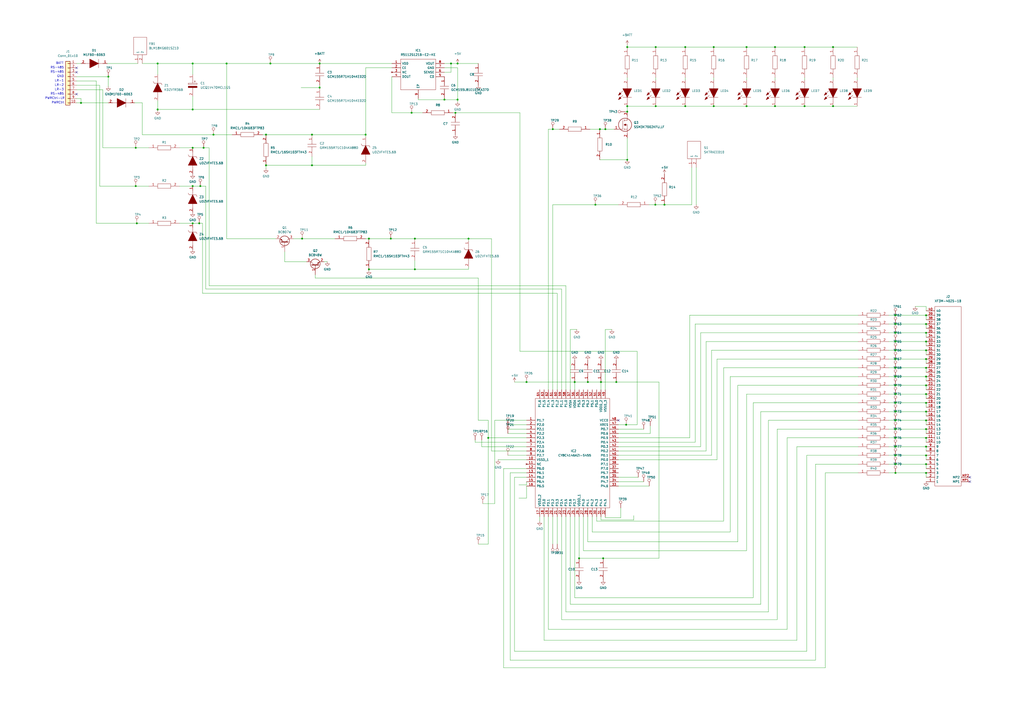
<source format=kicad_sch>
(kicad_sch (version 20211123) (generator eeschema)
  (paper "A2")
  (junction (at 519.43 223.52))
  (junction (at 226.695 138.43))
  (junction (at 380.1459 118.745))
  (junction (at 185.42 36.83))
  (junction (at 180.975 78.105))
  (junction (at 156.845 36.83))
  (junction (at 397.51 61.595))
  (junction (at 537.21 238.76))
  (junction (at 449.58 61.595))
  (junction (at 519.43 203.2))
  (junction (at 257.81 57.785))
  (junction (at 111.76 129.54))
  (junction (at 537.21 269.24))
  (junction (at 397.51 27.305))
  (junction (at 537.21 203.2))
  (junction (at 240.665 138.43))
  (junction (at 213.995 156.21))
  (junction (at 519.43 233.68))
  (junction (at 519.43 182.88))
  (junction (at 283.21 254))
  (junction (at 175.26 138.43))
  (junction (at 537.21 218.44))
  (junction (at 414.02 27.305))
  (junction (at 351.155 74.93))
  (junction (at 265.43 36.83))
  (junction (at 264.16 65.405))
  (junction (at 265.43 57.785))
  (junction (at 537.21 274.32))
  (junction (at 154.305 95.885))
  (junction (at 185.42 50.8))
  (junction (at 212.09 78.105))
  (junction (at 537.21 259.08))
  (junction (at 118.11 85.725))
  (junction (at 123.825 78.105))
  (junction (at 537.21 243.84))
  (junction (at 537.21 228.6))
  (junction (at 111.76 36.83))
  (junction (at 213.995 138.43))
  (junction (at 519.43 218.44))
  (junction (at 385.445 118.745))
  (junction (at 111.76 85.725))
  (junction (at 335.915 323.85))
  (junction (at 519.43 274.32))
  (junction (at 340.995 221.615))
  (junction (at 449.58 27.305))
  (junction (at 240.665 156.21))
  (junction (at 363.855 27.305))
  (junction (at 116.205 107.95))
  (junction (at 466.725 27.305))
  (junction (at 131.445 36.83))
  (junction (at 62.865 44.45))
  (junction (at 363.855 92.71))
  (junction (at 78.74 85.725))
  (junction (at 537.21 193.04))
  (junction (at 519.43 198.12))
  (junction (at 115.57 129.54))
  (junction (at 380.365 61.595))
  (junction (at 519.43 213.36))
  (junction (at 537.21 198.12))
  (junction (at 519.43 238.76))
  (junction (at 519.43 264.16))
  (junction (at 363.22 246.38))
  (junction (at 519.43 228.6))
  (junction (at 347.98 74.93))
  (junction (at 519.43 248.92))
  (junction (at 349.885 323.85))
  (junction (at 363.855 64.77))
  (junction (at 519.43 259.08))
  (junction (at 91.44 63.5))
  (junction (at 537.21 208.28))
  (junction (at 320.675 74.93))
  (junction (at 333.375 221.615))
  (junction (at 261.62 36.83))
  (junction (at 537.21 187.96))
  (junction (at 79.375 129.54))
  (junction (at 519.43 208.28))
  (junction (at 78.74 107.95))
  (junction (at 537.21 248.92))
  (junction (at 537.21 254))
  (junction (at 111.76 63.5))
  (junction (at 271.78 138.43))
  (junction (at 363.855 61.595))
  (junction (at 537.21 264.16))
  (junction (at 180.975 95.885))
  (junction (at 519.43 187.96))
  (junction (at 357.505 221.615))
  (junction (at 537.21 213.36))
  (junction (at 537.21 182.88))
  (junction (at 154.305 78.105))
  (junction (at 414.02 61.595))
  (junction (at 537.21 233.68))
  (junction (at 433.07 61.595))
  (junction (at 91.44 36.83))
  (junction (at 433.07 27.305))
  (junction (at 466.725 61.595))
  (junction (at 345.3724 118.745))
  (junction (at 519.43 243.84))
  (junction (at 111.76 107.95))
  (junction (at 519.43 269.24))
  (junction (at 348.615 221.615))
  (junction (at 537.21 223.52))
  (junction (at 305.435 221.615))
  (junction (at 483.235 61.595))
  (junction (at 238.76 65.405))
  (junction (at 483.235 27.305))
  (junction (at 380.365 27.305))
  (junction (at 519.43 254))
  (junction (at 46.99 59.69))
  (junction (at 519.43 193.04))
  (no_connect (at 44.45 41.91))
  (no_connect (at 44.45 39.37))
  (no_connect (at 358.775 243.84))
  (no_connect (at 44.45 54.61))
  (no_connect (at 562.61 276.86))
  (no_connect (at 562.61 279.4))
  (wire (pts (xy 351.155 226.06) (xy 351.155 191.135)))
  (wire (pts (xy 515.62 264.16) (xy 519.43 264.16)))
  (wire (pts (xy 118.11 85.725) (xy 111.76 85.725)))
  (wire (pts (xy 271.78 156.21) (xy 240.665 156.21)))
  (wire (pts (xy 537.21 223.52) (xy 537.21 226.06)))
  (wire (pts (xy 170.18 138.43) (xy 175.26 138.43)))
  (wire (pts (xy 180.975 78.105) (xy 212.09 78.105)))
  (wire (pts (xy 265.43 36.83) (xy 277.495 36.83)))
  (wire (pts (xy 537.21 187.96) (xy 537.21 190.5)))
  (wire (pts (xy 537.21 274.32) (xy 537.21 276.86)))
  (wire (pts (xy 44.45 52.07) (xy 59.69 52.07)))
  (wire (pts (xy 261.62 36.83) (xy 257.81 36.83)))
  (wire (pts (xy 483.235 46.355) (xy 483.235 45.085)))
  (wire (pts (xy 59.69 52.07) (xy 59.69 85.725)))
  (wire (pts (xy 400.05 182.88) (xy 497.84 182.88)))
  (wire (pts (xy 295.91 274.32) (xy 295.91 382.905)))
  (wire (pts (xy 519.43 198.12) (xy 537.21 198.12)))
  (wire (pts (xy 346.075 299.72) (xy 346.075 302.26)))
  (wire (pts (xy 294.64 264.16) (xy 305.435 264.16)))
  (wire (pts (xy 262.89 65.405) (xy 264.16 65.405)))
  (wire (pts (xy 397.51 46.355) (xy 397.51 45.085)))
  (wire (pts (xy 369.57 203.835) (xy 369.57 246.38)))
  (wire (pts (xy 519.43 213.36) (xy 537.21 213.36)))
  (wire (pts (xy 423.545 218.44) (xy 497.84 218.44)))
  (wire (pts (xy 462.28 259.08) (xy 497.84 259.08)))
  (wire (pts (xy 111.76 55.88) (xy 111.76 63.5)))
  (wire (pts (xy 415.925 208.28) (xy 497.84 208.28)))
  (wire (pts (xy 412.75 264.16) (xy 412.75 203.2)))
  (wire (pts (xy 261.62 41.91) (xy 261.62 36.83)))
  (wire (pts (xy 313.055 302.26) (xy 313.055 299.72)))
  (wire (pts (xy 537.21 182.88) (xy 537.21 185.42)))
  (wire (pts (xy 347.98 92.71) (xy 363.855 92.71)))
  (wire (pts (xy 515.62 248.92) (xy 519.43 248.92)))
  (wire (pts (xy 436.88 233.68) (xy 497.84 233.68)))
  (wire (pts (xy 86.36 85.725) (xy 78.74 85.725)))
  (wire (pts (xy 537.21 233.68) (xy 537.21 236.22)))
  (wire (pts (xy 154.305 97.79) (xy 154.305 95.885)))
  (wire (pts (xy 449.58 27.305) (xy 466.725 27.305)))
  (wire (pts (xy 212.09 39.37) (xy 212.09 78.105)))
  (wire (pts (xy 121.285 165.735) (xy 121.285 85.725)))
  (wire (pts (xy 338.455 299.72) (xy 338.455 319.405)))
  (wire (pts (xy 515.62 254) (xy 519.43 254)))
  (wire (pts (xy 414.02 46.355) (xy 414.02 45.085)))
  (wire (pts (xy 160.02 138.43) (xy 131.445 138.43)))
  (wire (pts (xy 264.16 65.405) (xy 301.625 65.405)))
  (wire (pts (xy 154.305 78.105) (xy 180.975 78.105)))
  (wire (pts (xy 300.99 281.305) (xy 305.435 281.305)))
  (wire (pts (xy 335.915 299.72) (xy 335.915 323.85)))
  (wire (pts (xy 515.62 274.32) (xy 519.43 274.32)))
  (wire (pts (xy 358.775 251.46) (xy 377.19 251.46)))
  (wire (pts (xy 351.155 300.355) (xy 360.045 300.355)))
  (wire (pts (xy 401.32 97.155) (xy 401.32 118.745)))
  (wire (pts (xy 62.23 36.83) (xy 80.01 36.83)))
  (wire (pts (xy 349.885 323.85) (xy 382.27 323.85)))
  (wire (pts (xy 117.475 170.18) (xy 117.475 129.54)))
  (wire (pts (xy 340.995 314.325) (xy 427.99 314.325)))
  (wire (pts (xy 537.21 254) (xy 537.21 256.54)))
  (wire (pts (xy 227.33 65.405) (xy 238.76 65.405)))
  (wire (pts (xy 343.535 299.72) (xy 343.535 308.61)))
  (wire (pts (xy 537.21 213.36) (xy 537.21 215.9)))
  (wire (pts (xy 330.835 226.06) (xy 330.835 191.135)))
  (wire (pts (xy 46.99 57.15) (xy 46.99 59.69)))
  (wire (pts (xy 330.835 299.72) (xy 330.835 350.52)))
  (wire (pts (xy 330.835 191.135) (xy 334.645 191.135)))
  (wire (pts (xy 257.81 57.15) (xy 257.81 57.785)))
  (wire (pts (xy 174.625 50.8) (xy 185.42 50.8)))
  (wire (pts (xy 298.45 221.615) (xy 305.435 221.615)))
  (wire (pts (xy 519.43 187.96) (xy 537.21 187.96)))
  (wire (pts (xy 441.325 238.76) (xy 497.84 238.76)))
  (wire (pts (xy 340.995 221.615) (xy 348.615 221.615)))
  (wire (pts (xy 519.43 228.6) (xy 537.21 228.6)))
  (wire (pts (xy 537.21 243.84) (xy 537.21 246.38)))
  (wire (pts (xy 44.45 46.99) (xy 55.88 46.99)))
  (wire (pts (xy 433.07 61.595) (xy 449.58 61.595)))
  (wire (pts (xy 280.035 292.1) (xy 287.02 292.1)))
  (wire (pts (xy 436.88 346.71) (xy 436.88 233.68)))
  (wire (pts (xy 358.775 259.08) (xy 406.4 259.08)))
  (wire (pts (xy 44.45 49.53) (xy 57.785 49.53)))
  (wire (pts (xy 292.1 271.78) (xy 292.1 387.35)))
  (wire (pts (xy 79.375 129.54) (xy 55.88 129.54)))
  (wire (pts (xy 180.975 90.805) (xy 180.975 95.885)))
  (wire (pts (xy 338.455 319.405) (xy 433.07 319.405)))
  (wire (pts (xy 515.62 238.76) (xy 519.43 238.76)))
  (wire (pts (xy 519.43 254) (xy 537.21 254)))
  (wire (pts (xy 104.14 129.54) (xy 111.76 129.54)))
  (wire (pts (xy 351.155 299.72) (xy 351.155 300.355)))
  (wire (pts (xy 441.325 350.52) (xy 441.325 238.76)))
  (wire (pts (xy 265.43 36.83) (xy 261.62 36.83)))
  (wire (pts (xy 294.64 248.92) (xy 305.435 248.92)))
  (wire (pts (xy 403.86 97.155) (xy 403.86 118.745)))
  (wire (pts (xy 271.78 138.43) (xy 240.665 138.43)))
  (wire (pts (xy 369.57 246.38) (xy 363.22 246.38)))
  (wire (pts (xy 515.62 203.2) (xy 519.43 203.2)))
  (wire (pts (xy 537.21 228.6) (xy 537.21 231.14)))
  (wire (pts (xy 537.21 238.76) (xy 537.21 241.3)))
  (wire (pts (xy 467.995 264.16) (xy 497.84 264.16)))
  (wire (pts (xy 497.205 46.355) (xy 497.205 45.085)))
  (wire (pts (xy 305.435 274.32) (xy 295.91 274.32)))
  (wire (pts (xy 44.45 44.45) (xy 62.865 44.45)))
  (wire (pts (xy 86.36 107.95) (xy 78.74 107.95)))
  (wire (pts (xy 305.435 221.615) (xy 333.375 221.615)))
  (wire (pts (xy 515.62 223.52) (xy 519.43 223.52)))
  (wire (pts (xy 271.78 138.43) (xy 271.78 139.7)))
  (wire (pts (xy 358.775 264.16) (xy 412.75 264.16)))
  (wire (pts (xy 318.135 74.93) (xy 320.675 74.93)))
  (wire (pts (xy 91.44 63.5) (xy 91.44 58.42)))
  (wire (pts (xy 414.02 27.305) (xy 433.07 27.305)))
  (wire (pts (xy 320.675 315.595) (xy 320.675 299.72)))
  (wire (pts (xy 91.44 36.83) (xy 82.55 36.83)))
  (wire (pts (xy 403.225 187.96) (xy 497.84 187.96)))
  (wire (pts (xy 406.4 259.08) (xy 406.4 193.04)))
  (wire (pts (xy 91.44 43.18) (xy 91.44 36.83)))
  (wire (pts (xy 257.81 41.91) (xy 261.62 41.91)))
  (wire (pts (xy 111.76 36.83) (xy 91.44 36.83)))
  (wire (pts (xy 86.36 129.54) (xy 79.375 129.54)))
  (wire (pts (xy 537.21 269.24) (xy 537.21 271.78)))
  (wire (pts (xy 419.735 213.36) (xy 497.84 213.36)))
  (wire (pts (xy 363.855 92.71) (xy 363.855 80.01)))
  (wire (pts (xy 346.075 302.26) (xy 419.735 302.26)))
  (wire (pts (xy 212.09 95.885) (xy 180.975 95.885)))
  (wire (pts (xy 78.105 59.69) (xy 82.55 59.69)))
  (wire (pts (xy 445.77 354.965) (xy 445.77 243.84)))
  (wire (pts (xy 537.21 218.44) (xy 537.21 220.98)))
  (wire (pts (xy 449.58 61.595) (xy 466.725 61.595)))
  (wire (pts (xy 515.62 243.84) (xy 519.43 243.84)))
  (wire (pts (xy 414.02 61.595) (xy 433.07 61.595)))
  (wire (pts (xy 358.775 279.4) (xy 373.38 279.4)))
  (wire (pts (xy 288.925 266.7) (xy 305.435 266.7)))
  (wire (pts (xy 380.365 27.305) (xy 397.51 27.305)))
  (wire (pts (xy 360.045 294.64) (xy 360.045 300.355)))
  (wire (pts (xy 227.33 44.45) (xy 227.33 65.405)))
  (wire (pts (xy 325.755 299.72) (xy 325.755 359.41)))
  (wire (pts (xy 466.725 27.305) (xy 483.235 27.305)))
  (wire (pts (xy 333.375 221.615) (xy 340.995 221.615)))
  (wire (pts (xy 483.235 27.305) (xy 497.205 27.305)))
  (wire (pts (xy 473.075 269.24) (xy 497.84 269.24)))
  (wire (pts (xy 305.435 281.94) (xy 305.435 288.925)))
  (wire (pts (xy 328.295 165.735) (xy 121.285 165.735)))
  (wire (pts (xy 333.375 346.71) (xy 436.88 346.71)))
  (wire (pts (xy 483.235 61.595) (xy 497.205 61.595)))
  (wire (pts (xy 377.19 251.46) (xy 377.19 247.015)))
  (wire (pts (xy 412.75 203.2) (xy 497.84 203.2)))
  (wire (pts (xy 298.45 276.86) (xy 298.45 377.825)))
  (wire (pts (xy 519.43 182.88) (xy 537.21 182.88)))
  (wire (pts (xy 294.64 246.38) (xy 305.435 246.38)))
  (wire (pts (xy 305.435 276.86) (xy 298.45 276.86)))
  (wire (pts (xy 467.995 377.825) (xy 467.995 264.16)))
  (wire (pts (xy 318.135 226.06) (xy 318.135 74.93)))
  (wire (pts (xy 357.505 221.615) (xy 382.27 221.615)))
  (wire (pts (xy 119.38 107.95) (xy 116.205 107.95)))
  (wire (pts (xy 427.99 314.325) (xy 427.99 223.52)))
  (wire (pts (xy 423.545 308.61) (xy 423.545 218.44)))
  (wire (pts (xy 305.435 281.305) (xy 305.435 279.4)))
  (wire (pts (xy 257.81 39.37) (xy 265.43 39.37)))
  (wire (pts (xy 515.62 218.44) (xy 519.43 218.44)))
  (wire (pts (xy 315.595 371.475) (xy 462.28 371.475)))
  (wire (pts (xy 515.62 208.28) (xy 519.43 208.28)))
  (wire (pts (xy 328.295 226.06) (xy 328.295 165.735)))
  (wire (pts (xy 363.855 46.355) (xy 363.855 45.085)))
  (wire (pts (xy 348.615 221.615) (xy 357.505 221.615)))
  (wire (pts (xy 380.1459 118.745) (xy 385.445 118.745)))
  (wire (pts (xy 363.855 61.595) (xy 380.365 61.595)))
  (wire (pts (xy 515.62 182.88) (xy 519.43 182.88)))
  (wire (pts (xy 104.14 85.725) (xy 111.76 85.725)))
  (wire (pts (xy 213.995 156.21) (xy 213.995 156.845)))
  (wire (pts (xy 283.21 315.595) (xy 277.495 315.595)))
  (wire (pts (xy 515.62 233.68) (xy 519.43 233.68)))
  (wire (pts (xy 537.21 177.8) (xy 537.21 180.34)))
  (wire (pts (xy 301.625 203.835) (xy 369.57 203.835)))
  (wire (pts (xy 515.62 259.08) (xy 519.43 259.08)))
  (wire (pts (xy 400.05 254) (xy 400.05 182.88)))
  (wire (pts (xy 318.135 299.72) (xy 318.135 365.125)))
  (wire (pts (xy 335.915 323.85) (xy 349.885 323.85)))
  (wire (pts (xy 367.665 301.625) (xy 367.665 299.085)))
  (wire (pts (xy 213.995 138.43) (xy 226.695 138.43)))
  (wire (pts (xy 323.215 315.595) (xy 323.215 299.72)))
  (wire (pts (xy 156.845 36.83) (xy 185.42 36.83)))
  (wire (pts (xy 343.535 308.61) (xy 423.545 308.61)))
  (wire (pts (xy 189.865 151.765) (xy 187.96 151.765)))
  (wire (pts (xy 515.62 213.36) (xy 519.43 213.36)))
  (wire (pts (xy 91.44 64.135) (xy 91.44 63.5)))
  (wire (pts (xy 419.735 302.26) (xy 419.735 213.36)))
  (wire (pts (xy 115.57 129.54) (xy 111.76 129.54)))
  (wire (pts (xy 116.205 107.95) (xy 111.76 107.95)))
  (wire (pts (xy 320.675 74.93) (xy 324.485 74.93)))
  (wire (pts (xy 57.785 49.53) (xy 57.785 107.95)))
  (wire (pts (xy 283.21 243.84) (xy 283.21 254)))
  (wire (pts (xy 275.59 256.54) (xy 305.435 256.54)))
  (wire (pts (xy 358.775 256.54) (xy 403.225 256.54)))
  (wire (pts (xy 131.445 36.83) (xy 131.445 138.43)))
  (wire (pts (xy 358.775 276.86) (xy 370.205 276.86)))
  (wire (pts (xy 449.58 46.355) (xy 449.58 45.085)))
  (wire (pts (xy 515.62 187.96) (xy 519.43 187.96)))
  (wire (pts (xy 212.09 138.43) (xy 213.995 138.43)))
  (wire (pts (xy 323.215 170.18) (xy 117.475 170.18)))
  (wire (pts (xy 328.295 299.72) (xy 328.295 354.965)))
  (wire (pts (xy 519.43 223.52) (xy 537.21 223.52)))
  (wire (pts (xy 62.865 50.165) (xy 62.865 44.45)))
  (wire (pts (xy 55.88 46.99) (xy 55.88 129.54)))
  (wire (pts (xy 279.4 259.08) (xy 305.435 259.08)))
  (wire (pts (xy 111.76 63.5) (xy 185.42 63.5)))
  (wire (pts (xy 285.115 261.62) (xy 305.435 261.62)))
  (wire (pts (xy 348.615 226.06) (xy 348.615 221.615)))
  (wire (pts (xy 46.99 59.69) (xy 44.45 59.69)))
  (wire (pts (xy 515.62 198.12) (xy 519.43 198.12)))
  (wire (pts (xy 265.43 57.785) (xy 265.43 59.055)))
  (wire (pts (xy 292.1 271.78) (xy 305.435 271.78)))
  (wire (pts (xy 212.09 94.615) (xy 212.09 95.885)))
  (wire (pts (xy 427.99 223.52) (xy 497.84 223.52)))
  (wire (pts (xy 348.615 301.625) (xy 367.665 301.625)))
  (wire (pts (xy 111.76 36.83) (xy 131.445 36.83)))
  (wire (pts (xy 519.43 193.04) (xy 537.21 193.04)))
  (wire (pts (xy 466.725 61.595) (xy 483.235 61.595)))
  (wire (pts (xy 185.42 50.8) (xy 185.42 49.53)))
  (wire (pts (xy 351.155 191.135) (xy 354.965 191.135)))
  (wire (pts (xy 351.155 74.93) (xy 356.235 74.93)))
  (wire (pts (xy 318.135 365.125) (xy 456.565 365.125)))
  (wire (pts (xy 358.775 254) (xy 400.05 254)))
  (wire (pts (xy 433.07 319.405) (xy 433.07 228.6)))
  (wire (pts (xy 279.4 255.27) (xy 279.4 259.08)))
  (wire (pts (xy 537.21 264.16) (xy 537.21 266.7)))
  (wire (pts (xy 111.76 43.18) (xy 111.76 36.83)))
  (wire (pts (xy 340.995 299.72) (xy 340.995 314.325)))
  (wire (pts (xy 537.21 193.04) (xy 537.21 195.58)))
  (wire (pts (xy 333.375 226.06) (xy 333.375 221.615)))
  (wire (pts (xy 363.855 27.305) (xy 380.365 27.305)))
  (wire (pts (xy 104.14 107.95) (xy 111.76 107.95)))
  (wire (pts (xy 91.44 63.5) (xy 111.76 63.5)))
  (wire (pts (xy 325.755 226.06) (xy 325.755 167.64)))
  (wire (pts (xy 294.64 251.46) (xy 305.435 251.46)))
  (wire (pts (xy 213.995 156.21) (xy 240.665 156.21)))
  (wire (pts (xy 380.365 61.595) (xy 397.51 61.595)))
  (wire (pts (xy 519.43 233.68) (xy 537.21 233.68)))
  (wire (pts (xy 537.21 203.2) (xy 537.21 205.74)))
  (wire (pts (xy 265.43 39.37) (xy 265.43 57.785)))
  (wire (pts (xy 117.475 129.54) (xy 115.57 129.54)))
  (wire (pts (xy 240.665 151.13) (xy 240.665 156.21)))
  (wire (pts (xy 275.59 255.27) (xy 275.59 256.54)))
  (wire (pts (xy 473.075 382.905) (xy 473.075 269.24)))
  (wire (pts (xy 530.86 177.8) (xy 537.21 177.8)))
  (wire (pts (xy 519.43 208.28) (xy 537.21 208.28)))
  (wire (pts (xy 363.855 61.595) (xy 363.855 64.77)))
  (wire (pts (xy 177.8 151.765) (xy 165.1 151.765)))
  (wire (pts (xy 242.57 57.785) (xy 242.57 57.15)))
  (wire (pts (xy 403.225 256.54) (xy 403.225 187.96)))
  (wire (pts (xy 385.445 118.745) (xy 401.32 118.745)))
  (wire (pts (xy 380.365 46.355) (xy 380.365 45.085)))
  (wire (pts (xy 320.675 118.745) (xy 345.3724 118.745)))
  (wire (pts (xy 78.74 85.725) (xy 59.69 85.725)))
  (wire (pts (xy 175.26 138.43) (xy 194.31 138.43)))
  (wire (pts (xy 397.51 61.595) (xy 414.02 61.595)))
  (wire (pts (xy 450.85 359.41) (xy 450.85 248.92)))
  (wire (pts (xy 433.07 46.355) (xy 433.07 45.085)))
  (wire (pts (xy 325.755 359.41) (xy 450.85 359.41)))
  (wire (pts (xy 182.88 161.29) (xy 277.495 161.29)))
  (wire (pts (xy 409.575 198.12) (xy 497.84 198.12)))
  (wire (pts (xy 328.295 354.965) (xy 445.77 354.965)))
  (wire (pts (xy 333.375 299.72) (xy 333.375 346.71)))
  (wire (pts (xy 298.45 377.825) (xy 467.995 377.825)))
  (wire (pts (xy 271.78 154.94) (xy 271.78 156.21)))
  (wire (pts (xy 445.77 243.84) (xy 497.84 243.84)))
  (wire (pts (xy 152.4 78.105) (xy 154.305 78.105)))
  (wire (pts (xy 537.21 259.08) (xy 537.21 261.62)))
  (wire (pts (xy 295.91 382.905) (xy 473.075 382.905)))
  (wire (pts (xy 257.81 57.785) (xy 242.57 57.785)))
  (wire (pts (xy 78.74 107.95) (xy 57.785 107.95)))
  (wire (pts (xy 165.1 151.765) (xy 165.1 146.05)))
  (wire (pts (xy 515.62 269.24) (xy 519.43 269.24)))
  (wire (pts (xy 519.43 269.24) (xy 537.21 269.24)))
  (wire (pts (xy 46.99 59.69) (xy 62.865 59.69)))
  (wire (pts (xy 415.925 266.7) (xy 415.925 208.28)))
  (wire (pts (xy 519.43 248.92) (xy 537.21 248.92)))
  (wire (pts (xy 406.4 193.04) (xy 497.84 193.04)))
  (wire (pts (xy 537.21 208.28) (xy 537.21 210.82)))
  (wire (pts (xy 330.835 350.52) (xy 441.325 350.52)))
  (wire (pts (xy 376.555 118.745) (xy 380.1459 118.745)))
  (wire (pts (xy 82.55 78.105) (xy 123.825 78.105)))
  (wire (pts (xy 301.625 65.405) (xy 301.625 203.835)))
  (wire (pts (xy 363.855 26.035) (xy 363.855 27.305)))
  (wire (pts (xy 362.585 64.77) (xy 363.855 64.77)))
  (wire (pts (xy 154.305 95.885) (xy 180.975 95.885)))
  (wire (pts (xy 462.28 371.475) (xy 462.28 259.08)))
  (wire (pts (xy 358.775 261.62) (xy 409.575 261.62)))
  (wire (pts (xy 456.565 254) (xy 497.84 254)))
  (wire (pts (xy 285.115 261.62) (xy 285.115 138.43)))
  (wire (pts (xy 121.285 85.725) (xy 118.11 85.725)))
  (wire (pts (xy 358.775 246.38) (xy 363.22 246.38)))
  (wire (pts (xy 397.51 27.305) (xy 414.02 27.305)))
  (wire (pts (xy 515.62 228.6) (xy 519.43 228.6)))
  (wire (pts (xy 409.575 261.62) (xy 409.575 198.12)))
  (wire (pts (xy 478.79 274.32) (xy 497.84 274.32)))
  (wire (pts (xy 287.02 243.84) (xy 287.02 292.1)))
  (wire (pts (xy 519.43 218.44) (xy 537.21 218.44)))
  (wire (pts (xy 478.79 387.35) (xy 478.79 274.32)))
  (wire (pts (xy 238.76 65.405) (xy 245.11 65.405)))
  (wire (pts (xy 277.495 243.84) (xy 283.21 243.84)))
  (wire (pts (xy 44.45 57.15) (xy 46.99 57.15)))
  (wire (pts (xy 287.02 243.84) (xy 305.435 243.84)))
  (wire (pts (xy 323.215 226.06) (xy 323.215 170.18)))
  (wire (pts (xy 519.43 238.76) (xy 537.21 238.76)))
  (wire (pts (xy 348.615 299.72) (xy 348.615 301.625)))
  (wire (pts (xy 315.595 299.72) (xy 315.595 371.475)))
  (wire (pts (xy 227.33 39.37) (xy 212.09 39.37)))
  (wire (pts (xy 382.27 323.85) (xy 382.27 221.615)))
  (wire (pts (xy 265.43 57.785) (xy 257.81 57.785)))
  (wire (pts (xy 519.43 274.32) (xy 537.21 274.32)))
  (wire (pts (xy 358.775 266.7) (xy 415.925 266.7)))
  (wire (pts (xy 119.38 167.64) (xy 119.38 107.95)))
  (wire (pts (xy 131.445 36.83) (xy 156.845 36.83)))
  (wire (pts (xy 300.99 288.925) (xy 305.435 288.925)))
  (wire (pts (xy 345.3724 118.745) (xy 358.775 118.745)))
  (wire (pts (xy 515.62 193.04) (xy 519.43 193.04)))
  (wire (pts (xy 82.55 59.69) (xy 82.55 78.105)))
  (wire (pts (xy 44.45 36.83) (xy 46.99 36.83)))
  (wire (pts (xy 456.565 365.125) (xy 456.565 254)))
  (wire (pts (xy 123.825 78.105) (xy 134.62 78.105)))
  (wire (pts (xy 277.495 243.84) (xy 277.495 161.29)))
  (wire (pts (xy 285.115 138.43) (xy 271.78 138.43)))
  (wire (pts (xy 325.755 167.64) (xy 119.38 167.64)))
  (wire (pts (xy 537.21 198.12) (xy 537.21 200.66)))
  (wire (pts (xy 519.43 259.08) (xy 537.21 259.08)))
  (wire (pts (xy 519.43 264.16) (xy 537.21 264.16)))
  (wire (pts (xy 342.265 74.93) (xy 347.98 74.93)))
  (wire (pts (xy 537.21 248.92) (xy 537.21 251.46)))
  (wire (pts (xy 433.07 27.305) (xy 449.58 27.305)))
  (wire (pts (xy 519.43 203.2) (xy 537.21 203.2)))
  (wire (pts (xy 283.21 254) (xy 305.435 254)))
  (wire (pts (xy 373.38 248.92) (xy 358.775 248.92)))
  (wire (pts (xy 226.695 138.43) (xy 240.665 138.43)))
  (wire (pts (xy 283.21 254) (xy 283.21 315.595)))
  (wire (pts (xy 450.85 248.92) (xy 497.84 248.92)))
  (wire (pts (xy 292.1 387.35) (xy 478.79 387.35)))
  (wire (pts (xy 519.43 243.84) (xy 537.21 243.84)))
  (wire (pts (xy 466.725 46.355) (xy 466.725 45.085)))
  (wire (pts (xy 185.42 36.83) (xy 227.33 36.83)))
  (wire (pts (xy 347.98 74.93) (xy 351.155 74.93)))
  (wire (pts (xy 212.09 78.105) (xy 212.09 79.375)))
  (wire (pts (xy 433.07 228.6) (xy 497.84 228.6)))
  (wire (pts (xy 376.555 281.94) (xy 358.775 281.94)))
  (wire (pts (xy 320.675 226.06) (xy 320.675 118.745)))
  (wire (pts (xy 182.88 159.385) (xy 182.88 161.29)))
  (text "PWRCtrl-LR" (at 26.035 57.785 0) (effects (font (size 1.27 1.27)) (justify left bottom)))
  (text "RS-485\n" (at 29.21 55.245 0) (effects (font (size 1.27 1.27)) (justify left bottom)))
  (text "BATT" (at 32.385 37.465 0) (effects (font (size 1.27 1.27)) (justify left bottom)))
  (text "RS-485\n" (at 29.21 40.005 0) (effects (font (size 1.27 1.27)) (justify left bottom)))
  (text "LR-1" (at 31.75 47.625 0) (effects (font (size 1.27 1.27)) (justify left bottom)))
  (text "RS-485\n" (at 29.21 42.545 0) (effects (font (size 1.27 1.27)) (justify left bottom)))
  (text "LR-2" (at 31.75 50.165 0) (effects (font (size 1.27 1.27)) (justify left bottom)))
  (text "LR-3" (at 31.75 52.705 0) (effects (font (size 1.27 1.27)) (justify left bottom)))
  (text "GND\n" (at 33.02 45.085 0) (effects (font (size 1.27 1.27)) (justify left bottom)))
  (text "PWRCtrl" (at 29.845 60.325 0) (effects (font (size 1.27 1.27)) (justify left bottom)))
  (symbol (lib_id "Transistor_BJT:BC848W") (at 182.88 154.305 90) (unit 1)
    (property "Reference" "Q2" (at 182.88 145.415 90))
    (property "Value" "BC848W" (at 182.88 147.955 90))
    (property "Footprint" "Package_TO_SOT_SMD:SOT-323_SC-70" (effects hide))
    (property "Datasheet" "http://www.infineon.com/dgdl/Infineon-BC847SERIES_BC848SERIES_BC849SERIES_BC850SERIES-DS-v01_01-en.pdf?fileId=db3a304314dca389011541d4630a1657" (effects hide))
  )
  (symbol (lib_id "power:GND") (at 334.645 191.135 0) (unit 1)
    (property "Reference" "#PWR018" (effects hide))
    (property "Value" "GND" (at 334.645 195.58 0))
  )
  (symbol (lib_id "SamacSys_Parts:ERJ-6ENF1502V") (at 433.07 27.305 270) (unit 1)
    (property "Reference" "R17" (at 435.61 34.9249 90) (effects (justify left)))
    (property "Value" "ERJ-6ENF1502V" (effects hide))
    (property "Footprint" "ERJ6ENF1000V" (effects hide))
    (property "Datasheet" "https://industrial.panasonic.com/cdbs/www-data/pdf/RDA0000/AOA0000C84.pdf" (effects hide))
    (property "Description" "Precision Thick Film Chip Resistor, 0805, 0.125W" (effects hide))
    (property "Height" "0.7" (effects hide))
    (property "Mouser Part Number" "667-ERJ-6ENF1502V" (effects hide))
    (property "Mouser Price/Stock" "https://www.mouser.co.uk/ProductDetail/Panasonic/ERJ-6ENF1502V?qs=4WZYzuGhm5rbx2hm6yWLdA%3D%3D" (effects hide))
    (property "Manufacturer_Name" "Panasonic" (effects hide))
    (property "Manufacturer_Part_Number" "ERJ-6ENF1502V" (effects hide))
  )
  (symbol (lib_id "SamacSys_Parts:UDZVFHTE-175.6B") (at 111.76 85.725 270) (unit 1)
    (property "Reference" "Z2" (at 115.57 92.0749 90) (effects (justify left)))
    (property "Value" "UDZVFHTE5.6B" (at 115.57 94.6149 90) (effects (justify left)))
    (property "Footprint" "SODFL2512X90N" (effects hide))
    (property "Datasheet" "https://componentsearchengine.com/Datasheets/2/UDZVFHTE-175.6B.pdf" (effects hide))
    (property "Description" "ROHM - UDZVFHTE-175.6B - Zener Single Diode, 5.6 V, 200 mW, SOD-323FL, 2 Pins, 150 C" (effects hide))
    (property "Height" "0.9" (effects hide))
    (property "Mouser Part Number" "755-UDZVFHTE-175.6B" (effects hide))
    (property "Mouser Price/Stock" "https://www.mouser.com/Search/Refine.aspx?Keyword=755-UDZVFHTE-175.6B" (effects hide))
    (property "Manufacturer_Name" "ROHM Semiconductor" (effects hide))
    (property "Manufacturer_Part_Number" "UDZVFHTE-175.6B" (effects hide))
  )
  (symbol (lib_id "Connector:TestPoint") (at 519.43 193.04 0) (unit 1)
    (property "Reference" "TP63" (at 518.16 187.96 0) (effects (justify left)))
    (property "Value" "TestPoint" (effects hide))
    (property "Footprint" "SamacSys_Parts:TestPoint_Pad_D0.5mm" (effects hide))
  )
  (symbol (lib_id "Connector:TestPoint") (at 279.4 255.27 0) (unit 1)
    (property "Reference" "TP16" (at 278.13 250.19 0) (effects (justify left)))
    (property "Value" "TestPoint" (effects hide))
    (property "Footprint" "TestPoint:TestPoint_Pad_D1.0mm" (effects hide))
  )
  (symbol (lib_id "Connector:TestPoint") (at 519.43 218.44 0) (unit 1)
    (property "Reference" "TP68" (at 518.16 213.36 0) (effects (justify left)))
    (property "Value" "TestPoint" (effects hide))
    (property "Footprint" "SamacSys_Parts:TestPoint_Pad_D0.5mm" (effects hide))
  )
  (symbol (lib_id "SamacSys_Parts:UDZVFHTE-175.6B") (at 271.78 139.7 270) (unit 1)
    (property "Reference" "Z6" (at 275.59 146.0499 90) (effects (justify left)))
    (property "Value" "UDZVFHTE5.6B" (at 275.59 148.5899 90) (effects (justify left)))
    (property "Footprint" "SODFL2512X90N" (effects hide))
    (property "Datasheet" "https://componentsearchengine.com/Datasheets/2/UDZVFHTE-175.6B.pdf" (effects hide))
    (property "Description" "ROHM - UDZVFHTE-175.6B - Zener Single Diode, 5.6 V, 200 mW, SOD-323FL, 2 Pins, 150 C" (effects hide))
    (property "Height" "0.9" (effects hide))
    (property "Mouser Part Number" "755-UDZVFHTE-175.6B" (effects hide))
    (property "Mouser Price/Stock" "https://www.mouser.com/Search/Refine.aspx?Keyword=755-UDZVFHTE-175.6B" (effects hide))
    (property "Manufacturer_Name" "ROHM Semiconductor" (effects hide))
    (property "Manufacturer_Part_Number" "UDZVFHTE-175.6B" (effects hide))
  )
  (symbol (lib_id "SamacSys_Parts:RMC1_10-103JTP") (at 86.36 85.725 0) (unit 1)
    (property "Reference" "R1" (at 95.25 82.55 0))
    (property "Value" "RMC1/10K683FTP83" (effects hide))
    (property "Footprint" "RESC2012X65N" (effects hide))
    (property "Datasheet" "https://componentsearchengine.com/Datasheets/1/RMC1_10-103JTP.pdf" (effects hide))
    (property "Description" "Thick Film Resistors - SMD SMD THCK FLM CHP RES 0805 10Kohm 5% 1/10" (effects hide))
    (property "Height" "0.65" (effects hide))
    (property "Mouser Part Number" "791-RMC1/10-103JTP" (effects hide))
    (property "Mouser Price/Stock" "https://www.mouser.com/Search/Refine.aspx?Keyword=791-RMC1%2F10-103JTP" (effects hide))
    (property "Manufacturer_Name" "Kamaya" (effects hide))
    (property "Manufacturer_Part_Number" "RMC1/10-103JTP" (effects hide))
  )
  (symbol (lib_id "SamacSys_Parts:UCQ1V470MCL1GS") (at 111.76 43.18 270) (unit 1)
    (property "Reference" "C1" (at 116.205 48.2599 90) (effects (justify left)))
    (property "Value" "UCQ1V470MCL1GS" (at 116.205 50.7999 90) (effects (justify left)))
    (property "Footprint" "CAPAE660X780N" (effects hide))
    (property "Description" "Aluminum Electrolytic Capacitors - SMD 35V 47uf 20% Audio-SMT" (effects hide))
    (property "Height" "7.8" (effects hide))
    (property "Mouser Part Number" "647-UCQ1V470MCL1GS" (effects hide))
    (property "Mouser Price/Stock" "https://www.mouser.co.uk/ProductDetail/Nichicon/UCQ1V470MCL1GS?qs=55YtniHzbhD%252BZ9jPqo21PQ%3D%3D" (effects hide))
    (property "Manufacturer_Name" "Nichicon" (effects hide))
    (property "Manufacturer_Part_Number" "UCQ1V470MCL1GS" (effects hide))
  )
  (symbol (lib_id "SamacSys_Parts:ERJ-6ENF1502V") (at 363.855 27.305 270) (unit 1)
    (property "Reference" "R11" (at 366.395 34.9249 90) (effects (justify left)))
    (property "Value" "ERJ-6ENF1502V" (effects hide))
    (property "Footprint" "ERJ6ENF1000V" (effects hide))
    (property "Datasheet" "https://industrial.panasonic.com/cdbs/www-data/pdf/RDA0000/AOA0000C84.pdf" (effects hide))
    (property "Description" "Precision Thick Film Chip Resistor, 0805, 0.125W" (effects hide))
    (property "Height" "0.7" (effects hide))
    (property "Mouser Part Number" "667-ERJ-6ENF1502V" (effects hide))
    (property "Mouser Price/Stock" "https://www.mouser.co.uk/ProductDetail/Panasonic/ERJ-6ENF1502V?qs=4WZYzuGhm5rbx2hm6yWLdA%3D%3D" (effects hide))
    (property "Manufacturer_Name" "Panasonic" (effects hide))
    (property "Manufacturer_Part_Number" "ERJ-6ENF1502V" (effects hide))
  )
  (symbol (lib_id "SamacSys_Parts:RMC16K102FTP") (at 385.445 118.745 90) (unit 1)
    (property "Reference" "R14" (at 387.985 108.5849 90) (effects (justify right)))
    (property "Value" "RMC1/16SK103FTH43" (effects hide))
    (property "Footprint" "RESC1608X55N" (effects hide))
    (property "Datasheet" "https://www.mouser.jp/datasheet/2/210/kamaya_products_RMC__english_20170424_100617-1524908.pdf" (effects hide))
    (property "Description" "Thick Film Resistors - SMD 1 kOhms 1% 1.0A AEC-Q200" (effects hide))
    (property "Height" "0.55" (effects hide))
    (property "Manufacturer_Name" "Kamaya" (effects hide))
    (property "Manufacturer_Part_Number" "RMC16K102FTP" (effects hide))
  )
  (symbol (lib_id "SamacSys_Parts:VLMR233T2V2-GS08") (at 449.58 61.595 90) (unit 1)
    (property "Reference" "LED6" (at 453.39 52.7049 90) (effects (justify right)))
    (property "Value" "VLMR233T2V2-GS08" (effects hide))
    (property "Footprint" "LEDM2214X140N" (effects hide))
    (property "Datasheet" "https://www.vishay.com/docs/82423/vlmx233.pdf" (effects hide))
    (property "Description" "Vishay VLMR233T2V2-GS08, MiniLED Series Red LED, 631 nm,, Rectangle Lens SMD Package" (effects hide))
    (property "Height" "1.4" (effects hide))
    (property "Mouser Part Number" "78-VLMR233T2V2-GS08" (effects hide))
    (property "Mouser Price/Stock" "https://www.mouser.co.uk/ProductDetail/Vishay-Semiconductors/VLMR233T2V2-GS08?qs=gsHtqh3PofJtijQea4A2Fg%3D%3D" (effects hide))
    (property "Manufacturer_Name" "Vishay" (effects hide))
    (property "Manufacturer_Part_Number" "VLMR233T2V2-GS08" (effects hide))
  )
  (symbol (lib_id "SamacSys_Parts:ERJ-2GEJ561X") (at 497.84 248.92 0) (unit 1)
    (property "Reference" "R35" (at 506.73 246.38 0))
    (property "Value" "ERJ-2GEJ561X" (effects hide))
    (property "Footprint" "RESC1005X40N" (effects hide))
    (property "Datasheet" "https://componentsearchengine.com/Datasheets/1/ERJ-2GEJ561X.pdf" (effects hide))
    (property "Description" "Res Thick Film 0402 560 Ohm 5% 0.1W(1/10W) +/-200ppm/C Pad SMD Automotive T/R" (effects hide))
    (property "Height" "0.4" (effects hide))
    (property "Mouser Part Number" "667-ERJ-2GEJ561X" (effects hide))
    (property "Mouser Price/Stock" "https://www.mouser.com/Search/Refine.aspx?Keyword=667-ERJ-2GEJ561X" (effects hide))
    (property "Manufacturer_Name" "Panasonic" (effects hide))
    (property "Manufacturer_Part_Number" "ERJ-2GEJ561X" (effects hide))
  )
  (symbol (lib_id "SamacSys_Parts:ERJ-2GEJ561X") (at 497.84 218.44 0) (unit 1)
    (property "Reference" "R29" (at 506.73 215.9 0))
    (property "Value" "ERJ-2GEJ561X" (effects hide))
    (property "Footprint" "RESC1005X40N" (effects hide))
    (property "Datasheet" "https://componentsearchengine.com/Datasheets/1/ERJ-2GEJ561X.pdf" (effects hide))
    (property "Description" "Res Thick Film 0402 560 Ohm 5% 0.1W(1/10W) +/-200ppm/C Pad SMD Automotive T/R" (effects hide))
    (property "Height" "0.4" (effects hide))
    (property "Mouser Part Number" "667-ERJ-2GEJ561X" (effects hide))
    (property "Mouser Price/Stock" "https://www.mouser.com/Search/Refine.aspx?Keyword=667-ERJ-2GEJ561X" (effects hide))
    (property "Manufacturer_Name" "Panasonic" (effects hide))
    (property "Manufacturer_Part_Number" "ERJ-2GEJ561X" (effects hide))
  )
  (symbol (lib_id "power:GND") (at 111.76 144.78 0) (mirror y) (unit 1)
    (property "Reference" "#PWR05" (effects hide))
    (property "Value" "GND" (at 111.76 149.225 0))
  )
  (symbol (lib_id "Connector:TestPoint") (at 519.43 233.68 0) (unit 1)
    (property "Reference" "TP71" (at 518.16 228.6 0) (effects (justify left)))
    (property "Value" "TestPoint" (effects hide))
    (property "Footprint" "SamacSys_Parts:TestPoint_Pad_D0.5mm" (effects hide))
  )
  (symbol (lib_id "Connector:TestPoint") (at 238.76 65.405 0) (unit 1)
    (property "Reference" "TP13" (at 237.49 60.325 0) (effects (justify left)))
    (property "Value" "TestPoint" (effects hide))
    (property "Footprint" "TestPoint:TestPoint_Pad_D1.0mm" (effects hide))
  )
  (symbol (lib_id "SamacSys_Parts:GRM155R71C104KA88D") (at 240.665 138.43 270) (unit 1)
    (property "Reference" "C5" (at 245.11 143.5099 90) (effects (justify left)))
    (property "Value" "GRM155R71C104KA88D" (at 245.11 146.0499 90) (effects (justify left)))
    (property "Footprint" "CAPC1005X55N" (effects hide))
    (property "Datasheet" "https://componentsearchengine.com/Datasheets/1/GRM155R71C104KA88D.pdf" (effects hide))
    (property "Description" "Ceramic  SMT capacitor 100nF 16Vdc Murata 0402 GRM 100nF Ceramic Multilayer Capacitor, 16 V dc X7R Dielectric ??10%" (effects hide))
    (property "Height" "0.55" (effects hide))
    (property "Mouser Part Number" "N/A" (effects hide))
    (property "Manufacturer_Name" "Murata Electronics" (effects hide))
    (property "Manufacturer_Part_Number" "GRM155R71C104KA88D" (effects hide))
  )
  (symbol (lib_id "Connector:TestPoint") (at 373.38 248.92 0) (unit 1)
    (property "Reference" "TP48" (at 372.11 243.84 0) (effects (justify left)))
    (property "Value" "TestPoint" (effects hide))
    (property "Footprint" "TestPoint:TestPoint_Pad_D1.0mm" (effects hide))
  )
  (symbol (lib_id "SamacSys_Parts:ERJ-2GEJ561X") (at 497.84 259.08 0) (unit 1)
    (property "Reference" "R37" (at 506.73 256.54 0))
    (property "Value" "ERJ-2GEJ561X" (effects hide))
    (property "Footprint" "RESC1005X40N" (effects hide))
    (property "Datasheet" "https://componentsearchengine.com/Datasheets/1/ERJ-2GEJ561X.pdf" (effects hide))
    (property "Description" "Res Thick Film 0402 560 Ohm 5% 0.1W(1/10W) +/-200ppm/C Pad SMD Automotive T/R" (effects hide))
    (property "Height" "0.4" (effects hide))
    (property "Mouser Part Number" "667-ERJ-2GEJ561X" (effects hide))
    (property "Mouser Price/Stock" "https://www.mouser.com/Search/Refine.aspx?Keyword=667-ERJ-2GEJ561X" (effects hide))
    (property "Manufacturer_Name" "Panasonic" (effects hide))
    (property "Manufacturer_Part_Number" "ERJ-2GEJ561X" (effects hide))
  )
  (symbol (lib_id "Connector:TestPoint") (at 294.64 251.46 0) (unit 1)
    (property "Reference" "TP21" (at 293.37 246.38 0) (effects (justify left)))
    (property "Value" "TestPoint" (effects hide))
    (property "Footprint" "TestPoint:TestPoint_Pad_D1.0mm" (effects hide))
  )
  (symbol (lib_id "power:GND") (at 348.615 208.915 180) (unit 1)
    (property "Reference" "#PWR021" (effects hide))
    (property "Value" "GND" (at 348.615 204.47 0))
  )
  (symbol (lib_id "SamacSys_Parts:CGA3E2X5R1A105M080AA") (at 340.995 221.615 90) (unit 1)
    (property "Reference" "C11" (at 344.17 215.265 90) (effects (justify right)))
    (property "Value" "CGA3E2X5R1A105M080AA" (effects hide))
    (property "Footprint" "CAPC1608X90N" (effects hide))
    (property "Datasheet" "https://componentsearchengine.com/Datasheets/1/CGA3E2X5R1A105M080AA.pdf" (effects hide))
    (property "Description" "Multilayer Ceramic Capacitors MLCC - SMD/SMT CGA 0603 10V 1uF X5R 20% AEC-Q200" (effects hide))
    (property "Height" "0.9" (effects hide))
    (property "Mouser Part Number" "810-CGA3E2X5R1A105MA" (effects hide))
    (property "Mouser Price/Stock" "https://www.mouser.com/Search/Refine.aspx?Keyword=810-CGA3E2X5R1A105MA" (effects hide))
    (property "Manufacturer_Name" "TDK" (effects hide))
    (property "Manufacturer_Part_Number" "CGA3E2X5R1A105M080AA" (effects hide))
  )
  (symbol (lib_id "SamacSys_Parts:ERJ-2GEJ561X") (at 497.84 213.36 0) (unit 1)
    (property "Reference" "R28" (at 506.73 210.82 0))
    (property "Value" "ERJ-2GEJ561X" (effects hide))
    (property "Footprint" "RESC1005X40N" (effects hide))
    (property "Datasheet" "https://componentsearchengine.com/Datasheets/1/ERJ-2GEJ561X.pdf" (effects hide))
    (property "Description" "Res Thick Film 0402 560 Ohm 5% 0.1W(1/10W) +/-200ppm/C Pad SMD Automotive T/R" (effects hide))
    (property "Height" "0.4" (effects hide))
    (property "Mouser Part Number" "667-ERJ-2GEJ561X" (effects hide))
    (property "Mouser Price/Stock" "https://www.mouser.com/Search/Refine.aspx?Keyword=667-ERJ-2GEJ561X" (effects hide))
    (property "Manufacturer_Name" "Panasonic" (effects hide))
    (property "Manufacturer_Part_Number" "ERJ-2GEJ561X" (effects hide))
  )
  (symbol (lib_id "SamacSys_Parts:KDZVTR36B") (at 91.44 43.18 270) (unit 1)
    (property "Reference" "Z1" (at 95.25 49.5299 90) (effects (justify left)))
    (property "Value" "KDZVTR36B" (at 95.25 52.0699 90) (effects (justify left)))
    (property "Footprint" "KDZVTR36B" (effects hide))
    (property "Datasheet" "https://componentsearchengine.com/Datasheets/1/KDZVTR36B.pdf" (effects hide))
    (property "Description" "1W 36V, SOD-123FL, High Power Zener Diode" (effects hide))
    (property "Height" "0.9" (effects hide))
    (property "Mouser Part Number" "755-KDZVTR36B" (effects hide))
    (property "Mouser Price/Stock" "https://www.mouser.com/Search/Refine.aspx?Keyword=755-KDZVTR36B" (effects hide))
    (property "Manufacturer_Name" "ROHM Semiconductor" (effects hide))
    (property "Manufacturer_Part_Number" "KDZVTR36B" (effects hide))
  )
  (symbol (lib_id "Connector:TestPoint") (at 323.215 315.595 0) (mirror x) (unit 1)
    (property "Reference" "TP31" (at 321.945 320.675 0) (effects (justify left)))
    (property "Value" "TestPoint" (effects hide))
    (property "Footprint" "TestPoint:TestPoint_Pad_D1.0mm" (effects hide))
  )
  (symbol (lib_id "Connector:TestPoint") (at 78.74 107.95 0) (unit 1)
    (property "Reference" "TP3" (at 77.47 102.87 0) (effects (justify left)))
    (property "Value" "TestPoint" (effects hide))
    (property "Footprint" "TestPoint:TestPoint_Pad_D1.0mm" (effects hide))
  )
  (symbol (lib_id "Connector:TestPoint") (at 519.43 254 0) (unit 1)
    (property "Reference" "TP75" (at 518.16 248.92 0) (effects (justify left)))
    (property "Value" "TestPoint" (effects hide))
    (property "Footprint" "SamacSys_Parts:TestPoint_Pad_D0.5mm" (effects hide))
  )
  (symbol (lib_id "SamacSys_Parts:RMC16K102FTP") (at 376.555 118.745 180) (unit 1)
    (property "Reference" "R12" (at 367.665 114.3 0))
    (property "Value" "RMC1/16SK103FTH43" (effects hide))
    (property "Footprint" "RESC1608X55N" (effects hide))
    (property "Datasheet" "https://www.mouser.jp/datasheet/2/210/kamaya_products_RMC__english_20170424_100617-1524908.pdf" (effects hide))
    (property "Description" "Thick Film Resistors - SMD 1 kOhms 1% 1.0A AEC-Q200" (effects hide))
    (property "Height" "0.55" (effects hide))
    (property "Manufacturer_Name" "Kamaya" (effects hide))
    (property "Manufacturer_Part_Number" "RMC16K102FTP" (effects hide))
  )
  (symbol (lib_id "Connector:TestPoint") (at 519.43 248.92 0) (unit 1)
    (property "Reference" "TP74" (at 518.16 243.84 0) (effects (justify left)))
    (property "Value" "TestPoint" (effects hide))
    (property "Footprint" "SamacSys_Parts:TestPoint_Pad_D0.5mm" (effects hide))
  )
  (symbol (lib_id "SamacSys_Parts:ERJ-2GEJ561X") (at 497.84 203.2 0) (unit 1)
    (property "Reference" "R26" (at 506.73 200.66 0))
    (property "Value" "ERJ-2GEJ561X" (effects hide))
    (property "Footprint" "RESC1005X40N" (effects hide))
    (property "Datasheet" "https://componentsearchengine.com/Datasheets/1/ERJ-2GEJ561X.pdf" (effects hide))
    (property "Description" "Res Thick Film 0402 560 Ohm 5% 0.1W(1/10W) +/-200ppm/C Pad SMD Automotive T/R" (effects hide))
    (property "Height" "0.4" (effects hide))
    (property "Mouser Part Number" "667-ERJ-2GEJ561X" (effects hide))
    (property "Mouser Price/Stock" "https://www.mouser.com/Search/Refine.aspx?Keyword=667-ERJ-2GEJ561X" (effects hide))
    (property "Manufacturer_Name" "Panasonic" (effects hide))
    (property "Manufacturer_Part_Number" "ERJ-2GEJ561X" (effects hide))
  )
  (symbol (lib_id "SamacSys_Parts:VLMR233T2V2-GS08") (at 433.07 61.595 90) (unit 1)
    (property "Reference" "LED5" (at 436.88 52.7049 90) (effects (justify right)))
    (property "Value" "VLMR233T2V2-GS08" (effects hide))
    (property "Footprint" "LEDM2214X140N" (effects hide))
    (property "Datasheet" "https://www.vishay.com/docs/82423/vlmx233.pdf" (effects hide))
    (property "Description" "Vishay VLMR233T2V2-GS08, MiniLED Series Red LED, 631 nm,, Rectangle Lens SMD Package" (effects hide))
    (property "Height" "1.4" (effects hide))
    (property "Mouser Part Number" "78-VLMR233T2V2-GS08" (effects hide))
    (property "Mouser Price/Stock" "https://www.mouser.co.uk/ProductDetail/Vishay-Semiconductors/VLMR233T2V2-GS08?qs=gsHtqh3PofJtijQea4A2Fg%3D%3D" (effects hide))
    (property "Manufacturer_Name" "Vishay" (effects hide))
    (property "Manufacturer_Part_Number" "VLMR233T2V2-GS08" (effects hide))
  )
  (symbol (lib_id "Connector:TestPoint") (at 519.43 269.24 0) (unit 1)
    (property "Reference" "TP78" (at 518.16 264.16 0) (effects (justify left)))
    (property "Value" "TestPoint" (effects hide))
    (property "Footprint" "SamacSys_Parts:TestPoint_Pad_D0.5mm" (effects hide))
  )
  (symbol (lib_id "SamacSys_Parts:SKTRAEE010") (at 401.32 97.155 90) (unit 1)
    (property "Reference" "S1" (at 408.305 85.7249 90) (effects (justify right)))
    (property "Value" "SKTRAEE010" (at 408.305 88.2649 90) (effects (justify right)))
    (property "Footprint" "SKTRAEE010" (effects hide))
    (property "Datasheet" "https://tech.alpsalpine.com/prod/e/html/tact/surfacemount/sktr/sktraee010.html" (effects hide))
    (property "Description" "Tactile Switches 6.1mm SMT Square Mid-Stroke" (effects hide))
    (property "Height" "4.2" (effects hide))
    (property "Mouser Part Number" "688-SKTRAEE010" (effects hide))
    (property "Mouser Price/Stock" "https://www.mouser.co.uk/ProductDetail/Alps-Alpine/SKTRAEE010?qs=W%2FMpXkg%252BdQ4HGCRnOvyekw%3D%3D" (effects hide))
    (property "Manufacturer_Name" "ALPS Electric" (effects hide))
    (property "Manufacturer_Part_Number" "SKTRAEE010" (effects hide))
  )
  (symbol (lib_id "Connector:TestPoint") (at 294.64 248.92 0) (unit 1)
    (property "Reference" "TP20" (at 293.37 243.84 0) (effects (justify left)))
    (property "Value" "TestPoint" (effects hide))
    (property "Footprint" "TestPoint:TestPoint_Pad_D1.0mm" (effects hide))
  )
  (symbol (lib_id "Connector:TestPoint") (at 519.43 208.28 0) (unit 1)
    (property "Reference" "TP66" (at 518.16 203.2 0) (effects (justify left)))
    (property "Value" "TestPoint" (effects hide))
    (property "Footprint" "SamacSys_Parts:TestPoint_Pad_D0.5mm" (effects hide))
  )
  (symbol (lib_id "power:GND") (at 313.055 302.26 0) (unit 1)
    (property "Reference" "#PWR016" (effects hide))
    (property "Value" "GND" (at 313.055 306.705 0))
  )
  (symbol (lib_id "power:+5V") (at 265.43 36.83 0) (unit 1)
    (property "Reference" "#PWR011" (effects hide))
    (property "Value" "+5V" (at 265.43 31.115 0))
  )
  (symbol (lib_id "power:GND") (at 333.375 208.915 180) (unit 1)
    (property "Reference" "#PWR017" (effects hide))
    (property "Value" "GND" (at 333.375 204.47 0))
  )
  (symbol (lib_id "Connector:TestPoint") (at 519.43 198.12 0) (unit 1)
    (property "Reference" "TP64" (at 518.16 193.04 0) (effects (justify left)))
    (property "Value" "TestPoint" (effects hide))
    (property "Footprint" "SamacSys_Parts:TestPoint_Pad_D0.5mm" (effects hide))
  )
  (symbol (lib_id "SamacSys_Parts:ERJ-6ENF1502V") (at 483.235 27.305 270) (unit 1)
    (property "Reference" "R20" (at 485.775 34.9249 90) (effects (justify left)))
    (property "Value" "ERJ-6ENF1502V" (effects hide))
    (property "Footprint" "ERJ6ENF1000V" (effects hide))
    (property "Datasheet" "https://industrial.panasonic.com/cdbs/www-data/pdf/RDA0000/AOA0000C84.pdf" (effects hide))
    (property "Description" "Precision Thick Film Chip Resistor, 0805, 0.125W" (effects hide))
    (property "Height" "0.7" (effects hide))
    (property "Mouser Part Number" "667-ERJ-6ENF1502V" (effects hide))
    (property "Mouser Price/Stock" "https://www.mouser.co.uk/ProductDetail/Panasonic/ERJ-6ENF1502V?qs=4WZYzuGhm5rbx2hm6yWLdA%3D%3D" (effects hide))
    (property "Manufacturer_Name" "Panasonic" (effects hide))
    (property "Manufacturer_Part_Number" "ERJ-6ENF1502V" (effects hide))
  )
  (symbol (lib_id "Connector_Generic:Conn_01x10") (at 39.37 46.99 0) (mirror y) (unit 1)
    (property "Reference" "J1" (at 39.37 29.845 0))
    (property "Value" "Conn_01x10" (at 39.37 32.385 0))
    (property "Footprint" "Connector_JST:JST_XH_B10B-XH-A_1x10_P2.50mm_Vertical" (effects hide))
  )
  (symbol (lib_id "SamacSys_Parts:ERJ-2GEJ561X") (at 497.84 264.16 0) (unit 1)
    (property "Reference" "R38" (at 506.73 261.62 0))
    (property "Value" "ERJ-2GEJ561X" (effects hide))
    (property "Footprint" "RESC1005X40N" (effects hide))
    (property "Datasheet" "https://componentsearchengine.com/Datasheets/1/ERJ-2GEJ561X.pdf" (effects hide))
    (property "Description" "Res Thick Film 0402 560 Ohm 5% 0.1W(1/10W) +/-200ppm/C Pad SMD Automotive T/R" (effects hide))
    (property "Height" "0.4" (effects hide))
    (property "Mouser Part Number" "667-ERJ-2GEJ561X" (effects hide))
    (property "Mouser Price/Stock" "https://www.mouser.com/Search/Refine.aspx?Keyword=667-ERJ-2GEJ561X" (effects hide))
    (property "Manufacturer_Name" "Panasonic" (effects hide))
    (property "Manufacturer_Part_Number" "ERJ-2GEJ561X" (effects hide))
  )
  (symbol (lib_id "Connector:TestPoint") (at 362.585 64.77 90) (unit 1)
    (property "Reference" "TP43" (at 358.14 64.77 90) (effects (justify left)))
    (property "Value" "TestPoint" (effects hide))
    (property "Footprint" "TestPoint:TestPoint_Pad_D1.0mm" (effects hide))
  )
  (symbol (lib_id "SamacSys_Parts:VLMR233T2V2-GS08") (at 397.51 61.595 90) (unit 1)
    (property "Reference" "LED3" (at 401.32 52.7049 90) (effects (justify right)))
    (property "Value" "VLMR233T2V2-GS08" (effects hide))
    (property "Footprint" "LEDM2214X140N" (effects hide))
    (property "Datasheet" "https://www.vishay.com/docs/82423/vlmx233.pdf" (effects hide))
    (property "Description" "Vishay VLMR233T2V2-GS08, MiniLED Series Red LED, 631 nm,, Rectangle Lens SMD Package" (effects hide))
    (property "Height" "1.4" (effects hide))
    (property "Mouser Part Number" "78-VLMR233T2V2-GS08" (effects hide))
    (property "Mouser Price/Stock" "https://www.mouser.co.uk/ProductDetail/Vishay-Semiconductors/VLMR233T2V2-GS08?qs=gsHtqh3PofJtijQea4A2Fg%3D%3D" (effects hide))
    (property "Manufacturer_Name" "Vishay" (effects hide))
    (property "Manufacturer_Part_Number" "VLMR233T2V2-GS08" (effects hide))
  )
  (symbol (lib_id "Connector:TestPoint") (at 175.26 138.43 0) (unit 1)
    (property "Reference" "TP11" (at 173.99 133.35 0) (effects (justify left)))
    (property "Value" "TestPoint" (effects hide))
    (property "Footprint" "TestPoint:TestPoint_Pad_D1.0mm" (effects hide))
  )
  (symbol (lib_id "SamacSys_Parts:GCM155L81E103KA37D") (at 257.81 44.45 270) (unit 1)
    (property "Reference" "C6" (at 261.62 49.5299 90) (effects (justify left)))
    (property "Value" "GCM155L81E103KA37D" (at 261.62 52.0699 90) (effects (justify left)))
    (property "Footprint" "CAPC1005X55N" (effects hide))
    (property "Description" "Multilayer Ceramic Capacitors MLCC - SMD/SMT 0402 0.01uF 25volts X8L 10%" (effects hide))
    (property "Height" "0.55" (effects hide))
    (property "Mouser Part Number" "81-GCM155L81E103KA7D" (effects hide))
    (property "Mouser Price/Stock" "https://www.mouser.co.uk/ProductDetail/Murata-Electronics/GCM155L81E103KA37D?qs=ui%252B2d9lVEI4MjH8Fgt7C3A%3D%3D" (effects hide))
    (property "Manufacturer_Name" "Murata Electronics" (effects hide))
    (property "Manufacturer_Part_Number" "GCM155L81E103KA37D" (effects hide))
  )
  (symbol (lib_id "power:GND") (at 537.21 279.4 0) (unit 1)
    (property "Reference" "#PWR030" (effects hide))
    (property "Value" "GND" (at 537.21 283.21 0))
  )
  (symbol (lib_id "SamacSys_Parts:CGA3E2X5R1A105M080AA") (at 357.505 221.615 90) (unit 1)
    (property "Reference" "C14" (at 360.68 215.265 90) (effects (justify right)))
    (property "Value" "CGA3E2X5R1A105M080AA" (effects hide))
    (property "Footprint" "CAPC1608X90N" (effects hide))
    (property "Datasheet" "https://componentsearchengine.com/Datasheets/1/CGA3E2X5R1A105M080AA.pdf" (effects hide))
    (property "Description" "Multilayer Ceramic Capacitors MLCC - SMD/SMT CGA 0603 10V 1uF X5R 20% AEC-Q200" (effects hide))
    (property "Height" "0.9" (effects hide))
    (property "Mouser Part Number" "810-CGA3E2X5R1A105MA" (effects hide))
    (property "Mouser Price/Stock" "https://www.mouser.com/Search/Refine.aspx?Keyword=810-CGA3E2X5R1A105MA" (effects hide))
    (property "Manufacturer_Name" "TDK" (effects hide))
    (property "Manufacturer_Part_Number" "CGA3E2X5R1A105M080AA" (effects hide))
  )
  (symbol (lib_id "Connector:TestPoint") (at 351.155 74.93 0) (unit 1)
    (property "Reference" "TP38" (at 349.885 69.85 0) (effects (justify left)))
    (property "Value" "TestPoint" (effects hide))
    (property "Footprint" "TestPoint:TestPoint_Pad_D1.0mm" (effects hide))
  )
  (symbol (lib_id "Connector:TestPoint") (at 116.205 107.95 0) (unit 1)
    (property "Reference" "TP6" (at 114.935 102.87 0) (effects (justify left)))
    (property "Value" "TestPoint" (effects hide))
    (property "Footprint" "TestPoint:TestPoint_Pad_D1.0mm" (effects hide))
  )
  (symbol (lib_id "power:GND") (at 91.44 64.135 0) (mirror y) (unit 1)
    (property "Reference" "#PWR02" (effects hide))
    (property "Value" "GND" (at 91.44 68.58 0))
  )
  (symbol (lib_id "SamacSys_Parts:XF3M-4025-1B") (at 562.61 279.4 180) (unit 1)
    (property "Reference" "J2" (at 549.91 172.085 0))
    (property "Value" "XF3M-4025-1B" (at 549.91 174.625 0))
    (property "Footprint" "XF3M40251B" (effects hide))
    (property "Datasheet" "https://omronfs.omron.com/en_US/ecb/products/pdf/en-xf3m.pdf" (effects hide))
    (property "Description" "Rotary Backlock Connector (0.5-mm Pitch, 1.0-mm Pitch, Dual Contact, Upper Contact)" (effects hide))
    (property "Height" "2" (effects hide))
    (property "Mouser Part Number" "653-XF3M40251B" (effects hide))
    (property "Mouser Price/Stock" "https://www.mouser.co.uk/ProductDetail/Omron-Electronics/XF3M-4025-1B?qs=URJt9NAcxHX1m81mkaPSRQ%3D%3D" (effects hide))
    (property "Manufacturer_Name" "Omron Electronics" (effects hide))
    (property "Manufacturer_Part_Number" "XF3M-4025-1B" (effects hide))
  )
  (symbol (lib_id "Connector:TestPoint") (at 519.43 274.32 0) (unit 1)
    (property "Reference" "TP79" (at 518.16 269.24 0) (effects (justify left)))
    (property "Value" "TestPoint" (effects hide))
    (property "Footprint" "SamacSys_Parts:TestPoint_Pad_D0.5mm" (effects hide))
  )
  (symbol (lib_id "Connector:TestPoint") (at 78.74 85.725 0) (unit 1)
    (property "Reference" "TP2" (at 77.47 80.645 0) (effects (justify left)))
    (property "Value" "TestPoint" (effects hide))
    (property "Footprint" "TestPoint:TestPoint_Pad_D1.0mm" (effects hide))
  )
  (symbol (lib_id "SamacSys_Parts:ERJ-2GEJ561X") (at 497.84 238.76 0) (unit 1)
    (property "Reference" "R33" (at 506.73 236.22 0))
    (property "Value" "ERJ-2GEJ561X" (effects hide))
    (property "Footprint" "RESC1005X40N" (effects hide))
    (property "Datasheet" "https://componentsearchengine.com/Datasheets/1/ERJ-2GEJ561X.pdf" (effects hide))
    (property "Description" "Res Thick Film 0402 560 Ohm 5% 0.1W(1/10W) +/-200ppm/C Pad SMD Automotive T/R" (effects hide))
    (property "Height" "0.4" (effects hide))
    (property "Mouser Part Number" "667-ERJ-2GEJ561X" (effects hide))
    (property "Mouser Price/Stock" "https://www.mouser.com/Search/Refine.aspx?Keyword=667-ERJ-2GEJ561X" (effects hide))
    (property "Manufacturer_Name" "Panasonic" (effects hide))
    (property "Manufacturer_Part_Number" "ERJ-2GEJ561X" (effects hide))
  )
  (symbol (lib_id "SamacSys_Parts:GCM155R71H104KE02D") (at 335.915 323.85 270) (unit 1)
    (property "Reference" "C10" (at 329.565 330.2 90) (effects (justify left)))
    (property "Value" "GCM155R71H104KE02D" (effects hide))
    (property "Footprint" "CAPC1005X55N" (effects hide))
    (property "Datasheet" "https://psearch.en.murata.com/capacitor/product/GCM155R71H104KE02%23.html" (effects hide))
    (property "Description" "Multilayer Ceramic Capacitors MLCC - SMD/SMT 0402 0.1uF 50volts X7R 10%" (effects hide))
    (property "Height" "0.55" (effects hide))
    (property "Mouser Part Number" "81-GCM155R71H104KE2D" (effects hide))
    (property "Mouser Price/Stock" "https://www.mouser.co.uk/ProductDetail/Murata-Electronics/GCM155R71H104KE02D?qs=hNud%2FORuBR2sLZsqfoz4Fw%3D%3D" (effects hide))
    (property "Manufacturer_Name" "Murata Electronics" (effects hide))
    (property "Manufacturer_Part_Number" "GCM155R71H104KE02D" (effects hide))
  )
  (symbol (lib_id "Connector:TestPoint") (at 373.38 279.4 0) (unit 1)
    (property "Reference" "TP49" (at 372.11 274.32 0) (effects (justify left)))
    (property "Value" "TestPoint" (effects hide))
    (property "Footprint" "TestPoint:TestPoint_Pad_D1.0mm" (effects hide))
  )
  (symbol (lib_id "power:+5V") (at 298.45 221.615 0) (unit 1)
    (property "Reference" "#PWR015" (effects hide))
    (property "Value" "+5V" (at 298.45 217.805 0))
  )
  (symbol (lib_id "Connector:TestPoint") (at 294.64 264.16 0) (unit 1)
    (property "Reference" "TP22" (at 293.37 259.08 0) (effects (justify left)))
    (property "Value" "TestPoint" (effects hide))
    (property "Footprint" "TestPoint:TestPoint_Pad_D1.0mm" (effects hide))
  )
  (symbol (lib_id "SamacSys_Parts:VLMR233T2V2-GS08") (at 380.365 61.595 90) (unit 1)
    (property "Reference" "LED2" (at 384.175 52.7049 90) (effects (justify right)))
    (property "Value" "VLMR233T2V2-GS08" (effects hide))
    (property "Footprint" "LEDM2214X140N" (effects hide))
    (property "Datasheet" "https://www.vishay.com/docs/82423/vlmx233.pdf" (effects hide))
    (property "Description" "Vishay VLMR233T2V2-GS08, MiniLED Series Red LED, 631 nm,, Rectangle Lens SMD Package" (effects hide))
    (property "Height" "1.4" (effects hide))
    (property "Mouser Part Number" "78-VLMR233T2V2-GS08" (effects hide))
    (property "Mouser Price/Stock" "https://www.mouser.co.uk/ProductDetail/Vishay-Semiconductors/VLMR233T2V2-GS08?qs=gsHtqh3PofJtijQea4A2Fg%3D%3D" (effects hide))
    (property "Manufacturer_Name" "Vishay" (effects hide))
    (property "Manufacturer_Part_Number" "VLMR233T2V2-GS08" (effects hide))
  )
  (symbol (lib_id "SamacSys_Parts:ERJ-2GEJ561X") (at 497.84 208.28 0) (unit 1)
    (property "Reference" "R27" (at 506.73 205.74 0))
    (property "Value" "ERJ-2GEJ561X" (effects hide))
    (property "Footprint" "RESC1005X40N" (effects hide))
    (property "Datasheet" "https://componentsearchengine.com/Datasheets/1/ERJ-2GEJ561X.pdf" (effects hide))
    (property "Description" "Res Thick Film 0402 560 Ohm 5% 0.1W(1/10W) +/-200ppm/C Pad SMD Automotive T/R" (effects hide))
    (property "Height" "0.4" (effects hide))
    (property "Mouser Part Number" "667-ERJ-2GEJ561X" (effects hide))
    (property "Mouser Price/Stock" "https://www.mouser.com/Search/Refine.aspx?Keyword=667-ERJ-2GEJ561X" (effects hide))
    (property "Manufacturer_Name" "Panasonic" (effects hide))
    (property "Manufacturer_Part_Number" "ERJ-2GEJ561X" (effects hide))
  )
  (symbol (lib_id "SamacSys_Parts:ERJ-2GEJ561X") (at 497.84 243.84 0) (unit 1)
    (property "Reference" "R34" (at 506.73 241.3 0))
    (property "Value" "ERJ-2GEJ561X" (effects hide))
    (property "Footprint" "RESC1005X40N" (effects hide))
    (property "Datasheet" "https://componentsearchengine.com/Datasheets/1/ERJ-2GEJ561X.pdf" (effects hide))
    (property "Description" "Res Thick Film 0402 560 Ohm 5% 0.1W(1/10W) +/-200ppm/C Pad SMD Automotive T/R" (effects hide))
    (property "Height" "0.4" (effects hide))
    (property "Mouser Part Number" "667-ERJ-2GEJ561X" (effects hide))
    (property "Mouser Price/Stock" "https://www.mouser.com/Search/Refine.aspx?Keyword=667-ERJ-2GEJ561X" (effects hide))
    (property "Manufacturer_Name" "Panasonic" (effects hide))
    (property "Manufacturer_Part_Number" "ERJ-2GEJ561X" (effects hide))
  )
  (symbol (lib_id "power:GND") (at 111.76 123.19 0) (mirror y) (unit 1)
    (property "Reference" "#PWR04" (effects hide))
    (property "Value" "GND" (at 111.76 127.635 0))
  )
  (symbol (lib_id "SamacSys_Parts:UDZVFHTE-175.6B") (at 111.76 107.95 270) (unit 1)
    (property "Reference" "Z3" (at 115.57 114.2999 90) (effects (justify left)))
    (property "Value" "UDZVFHTE5.6B" (at 115.57 116.8399 90) (effects (justify left)))
    (property "Footprint" "SODFL2512X90N" (effects hide))
    (property "Datasheet" "https://componentsearchengine.com/Datasheets/2/UDZVFHTE-175.6B.pdf" (effects hide))
    (property "Description" "ROHM - UDZVFHTE-175.6B - Zener Single Diode, 5.6 V, 200 mW, SOD-323FL, 2 Pins, 150 C" (effects hide))
    (property "Height" "0.9" (effects hide))
    (property "Mouser Part Number" "755-UDZVFHTE-175.6B" (effects hide))
    (property "Mouser Price/Stock" "https://www.mouser.com/Search/Refine.aspx?Keyword=755-UDZVFHTE-175.6B" (effects hide))
    (property "Manufacturer_Name" "ROHM Semiconductor" (effects hide))
    (property "Manufacturer_Part_Number" "UDZVFHTE-175.6B" (effects hide))
  )
  (symbol (lib_id "Connector:TestPoint") (at 519.43 238.76 0) (unit 1)
    (property "Reference" "TP72" (at 518.16 233.68 0) (effects (justify left)))
    (property "Value" "TestPoint" (effects hide))
    (property "Footprint" "SamacSys_Parts:TestPoint_Pad_D0.5mm" (effects hide))
  )
  (symbol (lib_id "Connector:TestPoint") (at 377.19 247.015 0) (unit 1)
    (property "Reference" "TP51" (at 375.92 241.935 0) (effects (justify left)))
    (property "Value" "TestPoint" (effects hide))
    (property "Footprint" "TestPoint:TestPoint_Pad_D2.5mm" (effects hide))
  )
  (symbol (lib_id "Connector:TestPoint") (at 519.43 259.08 0) (unit 1)
    (property "Reference" "TP76" (at 518.16 254 0) (effects (justify left)))
    (property "Value" "TestPoint" (effects hide))
    (property "Footprint" "SamacSys_Parts:TestPoint_Pad_D0.5mm" (effects hide))
  )
  (symbol (lib_id "Connector:TestPoint") (at 277.495 315.595 0) (unit 1)
    (property "Reference" "TP15" (at 276.225 310.515 0) (effects (justify left)))
    (property "Value" "TestPoint" (effects hide))
    (property "Footprint" "TestPoint:TestPoint_Pad_D1.0mm" (effects hide))
  )
  (symbol (lib_id "SamacSys_Parts:GCM155R71H104KE02D") (at 348.615 221.615 90) (unit 1)
    (property "Reference" "C12" (at 354.33 215.265 90) (effects (justify left)))
    (property "Value" "GCM155R71H104KE02D" (effects hide))
    (property "Footprint" "CAPC1005X55N" (effects hide))
    (property "Datasheet" "https://psearch.en.murata.com/capacitor/product/GCM155R71H104KE02%23.html" (effects hide))
    (property "Description" "Multilayer Ceramic Capacitors MLCC - SMD/SMT 0402 0.1uF 50volts X7R 10%" (effects hide))
    (property "Height" "0.55" (effects hide))
    (property "Mouser Part Number" "81-GCM155R71H104KE2D" (effects hide))
    (property "Mouser Price/Stock" "https://www.mouser.co.uk/ProductDetail/Murata-Electronics/GCM155R71H104KE02D?qs=hNud%2FORuBR2sLZsqfoz4Fw%3D%3D" (effects hide))
    (property "Manufacturer_Name" "Murata Electronics" (effects hide))
    (property "Manufacturer_Part_Number" "GCM155R71H104KE02D" (effects hide))
  )
  (symbol (lib_id "SamacSys_Parts:ERJ-2GEJ561X") (at 497.84 182.88 0) (unit 1)
    (property "Reference" "R22" (at 506.73 180.34 0))
    (property "Value" "ERJ-2GEJ561X" (effects hide))
    (property "Footprint" "RESC1005X40N" (effects hide))
    (property "Datasheet" "https://componentsearchengine.com/Datasheets/1/ERJ-2GEJ561X.pdf" (effects hide))
    (property "Description" "Res Thick Film 0402 560 Ohm 5% 0.1W(1/10W) +/-200ppm/C Pad SMD Automotive T/R" (effects hide))
    (property "Height" "0.4" (effects hide))
    (property "Mouser Part Number" "667-ERJ-2GEJ561X" (effects hide))
    (property "Mouser Price/Stock" "https://www.mouser.com/Search/Refine.aspx?Keyword=667-ERJ-2GEJ561X" (effects hide))
    (property "Manufacturer_Name" "Panasonic" (effects hide))
    (property "Manufacturer_Part_Number" "ERJ-2GEJ561X" (effects hide))
  )
  (symbol (lib_id "Connector:TestPoint") (at 519.43 213.36 0) (unit 1)
    (property "Reference" "TP67" (at 518.16 208.28 0) (effects (justify left)))
    (property "Value" "TestPoint" (effects hide))
    (property "Footprint" "SamacSys_Parts:TestPoint_Pad_D0.5mm" (effects hide))
  )
  (symbol (lib_id "SamacSys_Parts:ERJ-2GEJ561X") (at 497.84 198.12 0) (unit 1)
    (property "Reference" "R25" (at 506.73 195.58 0))
    (property "Value" "ERJ-2GEJ561X" (effects hide))
    (property "Footprint" "RESC1005X40N" (effects hide))
    (property "Datasheet" "https://componentsearchengine.com/Datasheets/1/ERJ-2GEJ561X.pdf" (effects hide))
    (property "Description" "Res Thick Film 0402 560 Ohm 5% 0.1W(1/10W) +/-200ppm/C Pad SMD Automotive T/R" (effects hide))
    (property "Height" "0.4" (effects hide))
    (property "Mouser Part Number" "667-ERJ-2GEJ561X" (effects hide))
    (property "Mouser Price/Stock" "https://www.mouser.com/Search/Refine.aspx?Keyword=667-ERJ-2GEJ561X" (effects hide))
    (property "Manufacturer_Name" "Panasonic" (effects hide))
    (property "Manufacturer_Part_Number" "ERJ-2GEJ561X" (effects hide))
  )
  (symbol (lib_id "SamacSys_Parts:GCM155R71H104KE02D") (at 277.495 36.83 270) (unit 1)
    (property "Reference" "C8" (at 272.415 43.18 90) (effects (justify left)))
    (property "Value" "GCM155R71H104KE02D" (effects hide))
    (property "Footprint" "CAPC1005X55N" (effects hide))
    (property "Datasheet" "https://psearch.en.murata.com/capacitor/product/GCM155R71H104KE02%23.html" (effects hide))
    (property "Description" "Multilayer Ceramic Capacitors MLCC - SMD/SMT 0402 0.1uF 50volts X7R 10%" (effects hide))
    (property "Height" "0.55" (effects hide))
    (property "Mouser Part Number" "81-GCM155R71H104KE2D" (effects hide))
    (property "Mouser Price/Stock" "https://www.mouser.co.uk/ProductDetail/Murata-Electronics/GCM155R71H104KE02D?qs=hNud%2FORuBR2sLZsqfoz4Fw%3D%3D" (effects hide))
    (property "Manufacturer_Name" "Murata Electronics" (effects hide))
    (property "Manufacturer_Part_Number" "GCM155R71H104KE02D" (effects hide))
  )
  (symbol (lib_id "Connector:TestPoint") (at 376.555 281.94 0) (unit 1)
    (property "Reference" "TP50" (at 375.285 276.86 0) (effects (justify left)))
    (property "Value" "TestPoint" (effects hide))
    (property "Footprint" "TestPoint:TestPoint_Pad_D1.0mm" (effects hide))
  )
  (symbol (lib_id "power:GND") (at 62.865 50.165 0) (mirror y) (unit 1)
    (property "Reference" "#PWR01" (effects hide))
    (property "Value" "GND" (at 62.865 54.61 0))
  )
  (symbol (lib_id "SamacSys_Parts:ERJ-6ENF1502V") (at 380.365 27.305 270) (unit 1)
    (property "Reference" "R13" (at 382.905 34.9249 90) (effects (justify left)))
    (property "Value" "ERJ-6ENF1502V" (effects hide))
    (property "Footprint" "ERJ6ENF1000V" (effects hide))
    (property "Datasheet" "https://industrial.panasonic.com/cdbs/www-data/pdf/RDA0000/AOA0000C84.pdf" (effects hide))
    (property "Description" "Precision Thick Film Chip Resistor, 0805, 0.125W" (effects hide))
    (property "Height" "0.7" (effects hide))
    (property "Mouser Part Number" "667-ERJ-6ENF1502V" (effects hide))
    (property "Mouser Price/Stock" "https://www.mouser.co.uk/ProductDetail/Panasonic/ERJ-6ENF1502V?qs=4WZYzuGhm5rbx2hm6yWLdA%3D%3D" (effects hide))
    (property "Manufacturer_Name" "Panasonic" (effects hide))
    (property "Manufacturer_Part_Number" "ERJ-6ENF1502V" (effects hide))
  )
  (symbol (lib_id "Connector:TestPoint") (at 370.205 276.86 0) (unit 1)
    (property "Reference" "TP47" (at 368.935 271.78 0) (effects (justify left)))
    (property "Value" "TestPoint" (effects hide))
    (property "Footprint" "TestPoint:TestPoint_Pad_D1.0mm" (effects hide))
  )
  (symbol (lib_id "Connector:TestPoint") (at 519.43 182.88 0) (unit 1)
    (property "Reference" "TP61" (at 518.16 177.8 0) (effects (justify left)))
    (property "Value" "TestPoint" (effects hide))
    (property "Footprint" "SamacSys_Parts:TestPoint_Pad_D0.5mm" (effects hide))
  )
  (symbol (lib_id "SamacSys_Parts:RMC16K102FTP") (at 342.265 74.93 180) (unit 1)
    (property "Reference" "R9" (at 333.375 70.485 0))
    (property "Value" "RMC1/16SK103FTH43" (effects hide))
    (property "Footprint" "RESC1608X55N" (effects hide))
    (property "Datasheet" "https://www.mouser.jp/datasheet/2/210/kamaya_products_RMC__english_20170424_100617-1524908.pdf" (effects hide))
    (property "Description" "Thick Film Resistors - SMD 1 kOhms 1% 1.0A AEC-Q200" (effects hide))
    (property "Height" "0.55" (effects hide))
    (property "Manufacturer_Name" "Kamaya" (effects hide))
    (property "Manufacturer_Part_Number" "RMC16K102FTP" (effects hide))
  )
  (symbol (lib_id "SamacSys_Parts:GCM155R71H104KE02D") (at 333.375 221.615 90) (unit 1)
    (property "Reference" "C9" (at 338.455 215.265 90) (effects (justify left)))
    (property "Value" "GCM155R71H104KE02D" (effects hide))
    (property "Footprint" "CAPC1005X55N" (effects hide))
    (property "Datasheet" "https://psearch.en.murata.com/capacitor/product/GCM155R71H104KE02%23.html" (effects hide))
    (property "Description" "Multilayer Ceramic Capacitors MLCC - SMD/SMT 0402 0.1uF 50volts X7R 10%" (effects hide))
    (property "Height" "0.55" (effects hide))
    (property "Mouser Part Number" "81-GCM155R71H104KE2D" (effects hide))
    (property "Mouser Price/Stock" "https://www.mouser.co.uk/ProductDetail/Murata-Electronics/GCM155R71H104KE02D?qs=hNud%2FORuBR2sLZsqfoz4Fw%3D%3D" (effects hide))
    (property "Manufacturer_Name" "Murata Electronics" (effects hide))
    (property "Manufacturer_Part_Number" "GCM155R71H104KE02D" (effects hide))
  )
  (symbol (lib_id "Connector:TestPoint") (at 118.11 85.725 0) (unit 1)
    (property "Reference" "TP7" (at 116.84 80.645 0) (effects (justify left)))
    (property "Value" "TestPoint" (effects hide))
    (property "Footprint" "TestPoint:TestPoint_Pad_D1.0mm" (effects hide))
  )
  (symbol (lib_id "Connector:TestPoint") (at 115.57 129.54 0) (unit 1)
    (property "Reference" "TP5" (at 114.3 124.46 0) (effects (justify left)))
    (property "Value" "TestPoint" (effects hide))
    (property "Footprint" "TestPoint:TestPoint_Pad_D1.0mm" (effects hide))
  )
  (symbol (lib_id "SamacSys_Parts:RMC16K102FTP") (at 262.89 65.405 0) (mirror y) (unit 1)
    (property "Reference" "R8" (at 254 60.96 0))
    (property "Value" "RMC16K102FTP" (effects hide))
    (property "Footprint" "RESC1608X55N" (effects hide))
    (property "Datasheet" "https://www.mouser.jp/datasheet/2/210/kamaya_products_RMC__english_20170424_100617-1524908.pdf" (effects hide))
    (property "Description" "Thick Film Resistors - SMD 1 kOhms 1% 1.0A AEC-Q200" (effects hide))
    (property "Height" "0.55" (effects hide))
    (property "Manufacturer_Name" "Kamaya" (effects hide))
    (property "Manufacturer_Part_Number" "RMC16K102FTP" (effects hide))
  )
  (symbol (lib_id "power:+5V") (at 385.445 100.965 0) (unit 1)
    (property "Reference" "#PWR027" (effects hide))
    (property "Value" "+5V" (at 385.445 97.155 0))
  )
  (symbol (lib_id "SamacSys_Parts:VLMR233T2V2-GS08") (at 414.02 61.595 90) (unit 1)
    (property "Reference" "LED4" (at 417.83 52.7049 90) (effects (justify right)))
    (property "Value" "VLMR233T2V2-GS08" (effects hide))
    (property "Footprint" "LEDM2214X140N" (effects hide))
    (property "Datasheet" "https://www.vishay.com/docs/82423/vlmx233.pdf" (effects hide))
    (property "Description" "Vishay VLMR233T2V2-GS08, MiniLED Series Red LED, 631 nm,, Rectangle Lens SMD Package" (effects hide))
    (property "Height" "1.4" (effects hide))
    (property "Mouser Part Number" "78-VLMR233T2V2-GS08" (effects hide))
    (property "Mouser Price/Stock" "https://www.mouser.co.uk/ProductDetail/Vishay-Semiconductors/VLMR233T2V2-GS08?qs=gsHtqh3PofJtijQea4A2Fg%3D%3D" (effects hide))
    (property "Manufacturer_Name" "Vishay" (effects hide))
    (property "Manufacturer_Part_Number" "VLMR233T2V2-GS08" (effects hide))
  )
  (symbol (lib_id "SamacSys_Parts:ERJ-2GEJ561X") (at 497.84 193.04 0) (unit 1)
    (property "Reference" "R24" (at 506.73 190.5 0))
    (property "Value" "ERJ-2GEJ561X" (effects hide))
    (property "Footprint" "RESC1005X40N" (effects hide))
    (property "Datasheet" "https://componentsearchengine.com/Datasheets/1/ERJ-2GEJ561X.pdf" (effects hide))
    (property "Description" "Res Thick Film 0402 560 Ohm 5% 0.1W(1/10W) +/-200ppm/C Pad SMD Automotive T/R" (effects hide))
    (property "Height" "0.4" (effects hide))
    (property "Mouser Part Number" "667-ERJ-2GEJ561X" (effects hide))
    (property "Mouser Price/Stock" "https://www.mouser.com/Search/Refine.aspx?Keyword=667-ERJ-2GEJ561X" (effects hide))
    (property "Manufacturer_Name" "Panasonic" (effects hide))
    (property "Manufacturer_Part_Number" "ERJ-2GEJ561X" (effects hide))
  )
  (symbol (lib_id "power:GND") (at 363.855 92.71 0) (mirror y) (unit 1)
    (property "Reference" "#PWR026" (effects hide))
    (property "Value" "GND" (at 363.855 97.155 0))
  )
  (symbol (lib_id "SamacSys_Parts:BLM18KG601SZ1D") (at 80.01 36.83 90) (unit 1)
    (property "Reference" "FB1" (at 86.36 25.3999 90) (effects (justify right)))
    (property "Value" "BLM18KG601SZ1D" (at 86.36 27.9399 90) (effects (justify right)))
    (property "Footprint" "BLM18EG121SH1D" (effects hide))
    (property "Datasheet" "http://www.murata.com/~/media/webrenewal/support/library/catalog/products/emc/emifil/c31e.ashx?la=en-gb" (effects hide))
    (property "Description" "BLM18_Z1D Series EMI Suppression Filter 600+/-25% at 100MHz 1.3A @85" (effects hide))
    (property "Height" "0.95" (effects hide))
    (property "Mouser Part Number" "81-BLM18KG601SZ1D" (effects hide))
    (property "Mouser Price/Stock" "https://www.mouser.co.uk/ProductDetail/Murata-Electronics/BLM18KG601SZ1D?qs=lEfY3O89AqnV6%252BZhEJ2RoQ%3D%3D" (effects hide))
    (property "Manufacturer_Name" "Murata Electronics" (effects hide))
    (property "Manufacturer_Part_Number" "BLM18KG601SZ1D" (effects hide))
  )
  (symbol (lib_id "Connector:TestPoint") (at 280.035 292.1 0) (unit 1)
    (property "Reference" "TP17" (at 278.765 287.02 0) (effects (justify left)))
    (property "Value" "TestPoint" (effects hide))
    (property "Footprint" "TestPoint:TestPoint_Pad_D1.0mm" (effects hide))
  )
  (symbol (lib_id "SamacSys_Parts:RMC1_10-103JTP") (at 86.36 107.95 0) (unit 1)
    (property "Reference" "R2" (at 95.25 104.775 0))
    (property "Value" "RMC1/10K683FTP83" (effects hide))
    (property "Footprint" "RESC2012X65N" (effects hide))
    (property "Datasheet" "https://componentsearchengine.com/Datasheets/1/RMC1_10-103JTP.pdf" (effects hide))
    (property "Description" "Thick Film Resistors - SMD SMD THCK FLM CHP RES 0805 10Kohm 5% 1/10" (effects hide))
    (property "Height" "0.65" (effects hide))
    (property "Mouser Part Number" "791-RMC1/10-103JTP" (effects hide))
    (property "Mouser Price/Stock" "https://www.mouser.com/Search/Refine.aspx?Keyword=791-RMC1%2F10-103JTP" (effects hide))
    (property "Manufacturer_Name" "Kamaya" (effects hide))
    (property "Manufacturer_Part_Number" "RMC1/10-103JTP" (effects hide))
  )
  (symbol (lib_id "power:GND") (at 288.925 266.7 0) (unit 1)
    (property "Reference" "#PWR014" (effects hide))
    (property "Value" "GND" (at 288.925 271.145 0))
  )
  (symbol (lib_id "Connector:TestPoint") (at 62.865 44.45 0) (unit 1)
    (property "Reference" "TP1" (at 61.595 39.37 0) (effects (justify left)))
    (property "Value" "TestPoint" (effects hide))
    (property "Footprint" "TestPoint:TestPoint_Pad_D2.5mm" (effects hide))
  )
  (symbol (lib_id "Connector:TestPoint") (at 345.3724 118.745 0) (unit 1)
    (property "Reference" "TP36" (at 344.1024 113.665 0) (effects (justify left)))
    (property "Value" "TestPoint" (effects hide))
    (property "Footprint" "TestPoint:TestPoint_Pad_D1.0mm" (effects hide))
  )
  (symbol (lib_id "SamacSys_Parts:UDZVFHTE-175.6B") (at 212.09 79.375 270) (unit 1)
    (property "Reference" "Z5" (at 215.9 85.7249 90) (effects (justify left)))
    (property "Value" "UDZVFHTE5.6B" (at 215.9 88.2649 90) (effects (justify left)))
    (property "Footprint" "SODFL2512X90N" (effects hide))
    (property "Datasheet" "https://componentsearchengine.com/Datasheets/2/UDZVFHTE-175.6B.pdf" (effects hide))
    (property "Description" "ROHM - UDZVFHTE-175.6B - Zener Single Diode, 5.6 V, 200 mW, SOD-323FL, 2 Pins, 150 C" (effects hide))
    (property "Height" "0.9" (effects hide))
    (property "Mouser Part Number" "755-UDZVFHTE-175.6B" (effects hide))
    (property "Mouser Price/Stock" "https://www.mouser.com/Search/Refine.aspx?Keyword=755-UDZVFHTE-175.6B" (effects hide))
    (property "Manufacturer_Name" "ROHM Semiconductor" (effects hide))
    (property "Manufacturer_Part_Number" "UDZVFHTE-175.6B" (effects hide))
  )
  (symbol (lib_id "SamacSys_Parts:GCM155R71H104KE02D") (at 185.42 50.8 270) (unit 1)
    (property "Reference" "C4" (at 189.865 55.8799 90) (effects (justify left)))
    (property "Value" "GCM155R71H104KE02D" (at 189.865 58.4199 90) (effects (justify left)))
    (property "Footprint" "CAPC1005X55N" (effects hide))
    (property "Datasheet" "https://psearch.en.murata.com/capacitor/product/GCM155R71H104KE02%23.html" (effects hide))
    (property "Description" "Multilayer Ceramic Capacitors MLCC - SMD/SMT 0402 0.1uF 50volts X7R 10%" (effects hide))
    (property "Height" "0.55" (effects hide))
    (property "Mouser Part Number" "81-GCM155R71H104KE2D" (effects hide))
    (property "Mouser Price/Stock" "https://www.mouser.co.uk/ProductDetail/Murata-Electronics/GCM155R71H104KE02D?qs=hNud%2FORuBR2sLZsqfoz4Fw%3D%3D" (effects hide))
    (property "Manufacturer_Name" "Murata Electronics" (effects hide))
    (property "Manufacturer_Part_Number" "GCM155R71H104KE02D" (effects hide))
  )
  (symbol (lib_id "Connector:TestPoint") (at 275.59 255.27 0) (unit 1)
    (property "Reference" "TP14" (at 274.32 250.19 0) (effects (justify left)))
    (property "Value" "TestPoint" (effects hide))
    (property "Footprint" "TestPoint:TestPoint_Pad_D1.0mm" (effects hide))
  )
  (symbol (lib_id "power:GND") (at 264.16 78.105 0) (mirror y) (unit 1)
    (property "Reference" "#PWR010" (effects hide))
    (property "Value" "GND" (at 264.16 82.55 0))
  )
  (symbol (lib_id "SamacSys_Parts:ERJ-6ENF1502V") (at 497.205 27.305 270) (unit 1)
    (property "Reference" "R21" (at 499.745 34.9249 90) (effects (justify left)))
    (property "Value" "ERJ-6ENF1502V" (effects hide))
    (property "Footprint" "ERJ6ENF1000V" (effects hide))
    (property "Datasheet" "https://industrial.panasonic.com/cdbs/www-data/pdf/RDA0000/AOA0000C84.pdf" (effects hide))
    (property "Description" "Precision Thick Film Chip Resistor, 0805, 0.125W" (effects hide))
    (property "Height" "0.7" (effects hide))
    (property "Mouser Part Number" "667-ERJ-6ENF1502V" (effects hide))
    (property "Mouser Price/Stock" "https://www.mouser.co.uk/ProductDetail/Panasonic/ERJ-6ENF1502V?qs=4WZYzuGhm5rbx2hm6yWLdA%3D%3D" (effects hide))
    (property "Manufacturer_Name" "Panasonic" (effects hide))
    (property "Manufacturer_Part_Number" "ERJ-6ENF1502V" (effects hide))
  )
  (symbol (lib_id "SamacSys_Parts:GCM155R71H104KE02D") (at 185.42 36.83 270) (unit 1)
    (property "Reference" "C3" (at 189.865 41.9099 90) (effects (justify left)))
    (property "Value" "GCM155R71H104KE02D" (at 189.865 44.4499 90) (effects (justify left)))
    (property "Footprint" "CAPC1005X55N" (effects hide))
    (property "Datasheet" "https://psearch.en.murata.com/capacitor/product/GCM155R71H104KE02%23.html" (effects hide))
    (property "Description" "Multilayer Ceramic Capacitors MLCC - SMD/SMT 0402 0.1uF 50volts X7R 10%" (effects hide))
    (property "Height" "0.55" (effects hide))
    (property "Mouser Part Number" "81-GCM155R71H104KE2D" (effects hide))
    (property "Mouser Price/Stock" "https://www.mouser.co.uk/ProductDetail/Murata-Electronics/GCM155R71H104KE02D?qs=hNud%2FORuBR2sLZsqfoz4Fw%3D%3D" (effects hide))
    (property "Manufacturer_Name" "Murata Electronics" (effects hide))
    (property "Manufacturer_Part_Number" "GCM155R71H104KE02D" (effects hide))
  )
  (symbol (lib_id "SamacSys_Parts:VLMR233T2V2-GS08") (at 363.855 61.595 90) (unit 1)
    (property "Reference" "LED1" (at 367.665 52.7049 90) (effects (justify right)))
    (property "Value" "VLMR233T2V2-GS08" (effects hide))
    (property "Footprint" "LEDM2214X140N" (effects hide))
    (property "Datasheet" "https://www.vishay.com/docs/82423/vlmx233.pdf" (effects hide))
    (property "Description" "Vishay VLMR233T2V2-GS08, MiniLED Series Red LED, 631 nm,, Rectangle Lens SMD Package" (effects hide))
    (property "Height" "1.4" (effects hide))
    (property "Mouser Part Number" "78-VLMR233T2V2-GS08" (effects hide))
    (property "Mouser Price/Stock" "https://www.mouser.co.uk/ProductDetail/Vishay-Semiconductors/VLMR233T2V2-GS08?qs=gsHtqh3PofJtijQea4A2Fg%3D%3D" (effects hide))
    (property "Manufacturer_Name" "Vishay" (effects hide))
    (property "Manufacturer_Part_Number" "VLMR233T2V2-GS08" (effects hide))
  )
  (symbol (lib_id "SamacSys_Parts:VLMR233T2V2-GS08") (at 497.205 61.595 90) (unit 1)
    (property "Reference" "LED9" (at 501.015 52.7049 90) (effects (justify right)))
    (property "Value" "VLMR233T2V2-GS08" (effects hide))
    (property "Footprint" "LEDM2214X140N" (effects hide))
    (property "Datasheet" "https://www.vishay.com/docs/82423/vlmx233.pdf" (effects hide))
    (property "Description" "Vishay VLMR233T2V2-GS08, MiniLED Series Red LED, 631 nm,, Rectangle Lens SMD Package" (effects hide))
    (property "Height" "1.4" (effects hide))
    (property "Mouser Part Number" "78-VLMR233T2V2-GS08" (effects hide))
    (property "Mouser Price/Stock" "https://www.mouser.co.uk/ProductDetail/Vishay-Semiconductors/VLMR233T2V2-GS08?qs=gsHtqh3PofJtijQea4A2Fg%3D%3D" (effects hide))
    (property "Manufacturer_Name" "Vishay" (effects hide))
    (property "Manufacturer_Part_Number" "VLMR233T2V2-GS08" (effects hide))
  )
  (symbol (lib_id "Connector:TestPoint") (at 320.675 315.595 0) (mirror x) (unit 1)
    (property "Reference" "TP30" (at 319.405 320.675 0) (effects (justify left)))
    (property "Value" "TestPoint" (effects hide))
    (property "Footprint" "TestPoint:TestPoint_Pad_D1.0mm" (effects hide))
  )
  (symbol (lib_id "SamacSys_Parts:VLMR233T2V2-GS08") (at 483.235 61.595 90) (unit 1)
    (property "Reference" "LED8" (at 487.045 52.7049 90) (effects (justify right)))
    (property "Value" "VLMR233T2V2-GS08" (effects hide))
    (property "Footprint" "LEDM2214X140N" (effects hide))
    (property "Datasheet" "https://www.vishay.com/docs/82423/vlmx233.pdf" (effects hide))
    (property "Description" "Vishay VLMR233T2V2-GS08, MiniLED Series Red LED, 631 nm,, Rectangle Lens SMD Package" (effects hide))
    (property "Height" "1.4" (effects hide))
    (property "Mouser Part Number" "78-VLMR233T2V2-GS08" (effects hide))
    (property "Mouser Price/Stock" "https://www.mouser.co.uk/ProductDetail/Vishay-Semiconductors/VLMR233T2V2-GS08?qs=gsHtqh3PofJtijQea4A2Fg%3D%3D" (effects hide))
    (property "Manufacturer_Name" "Vishay" (effects hide))
    (property "Manufacturer_Part_Number" "VLMR233T2V2-GS08" (effects hide))
  )
  (symbol (lib_id "power:GND") (at 349.885 336.55 0) (unit 1)
    (property "Reference" "#PWR022" (effects hide))
    (property "Value" "GND" (at 349.885 340.995 0))
  )
  (symbol (lib_id "SamacSys_Parts:ERJ-6ENF1502V") (at 414.02 27.305 270) (unit 1)
    (property "Reference" "R16" (at 416.56 34.9249 90) (effects (justify left)))
    (property "Value" "ERJ-6ENF1502V" (effects hide))
    (property "Footprint" "ERJ6ENF1000V" (effects hide))
    (property "Datasheet" "https://industrial.panasonic.com/cdbs/www-data/pdf/RDA0000/AOA0000C84.pdf" (effects hide))
    (property "Description" "Precision Thick Film Chip Resistor, 0805, 0.125W" (effects hide))
    (property "Height" "0.7" (effects hide))
    (property "Mouser Part Number" "667-ERJ-6ENF1502V" (effects hide))
    (property "Mouser Price/Stock" "https://www.mouser.co.uk/ProductDetail/Panasonic/ERJ-6ENF1502V?qs=4WZYzuGhm5rbx2hm6yWLdA%3D%3D" (effects hide))
    (property "Manufacturer_Name" "Panasonic" (effects hide))
    (property "Manufacturer_Part_Number" "ERJ-6ENF1502V" (effects hide))
  )
  (symbol (lib_id "power:GND") (at 530.86 177.8 0) (unit 1)
    (property "Reference" "#PWR029" (effects hide))
    (property "Value" "GND" (at 530.86 181.61 0))
  )
  (symbol (lib_id "SamacSys_Parts:SSM3K7002KFU,LF") (at 356.235 74.93 0) (unit 1)
    (property "Reference" "Q3" (at 367.665 71.1199 0) (effects (justify left)))
    (property "Value" "SSM3K7002KFU,LF" (at 367.665 73.6599 0) (effects (justify left)))
    (property "Footprint" "SSM3K7002CFULF" (effects hide))
    (property "Datasheet" "http://toshiba.semicon-storage.com/info/docget.jsp?did=35715&prodName=SSM3K7002KFU" (effects hide))
    (property "Description" "MOSFET Small-signal MOSFET ID=0.4A VDSS=60V" (effects hide))
    (property "Mouser Part Number" "757-SSM3K7002KFULF" (effects hide))
    (property "Mouser Price/Stock" "https://www.mouser.co.uk/ProductDetail/Toshiba/SSM3K7002KFULF?qs=4XYteRzLj25k%2Fstii15gpQ%3D%3D" (effects hide))
    (property "Manufacturer_Name" "Toshiba" (effects hide))
    (property "Manufacturer_Part_Number" "SSM3K7002KFU,LF" (effects hide))
  )
  (symbol (lib_id "SamacSys_Parts:R5112S121B-E2-KE") (at 227.33 36.83 0) (unit 1)
    (property "Reference" "IC1" (at 242.57 29.21 0))
    (property "Value" "R5112S121B-E2-KE" (at 242.57 31.75 0))
    (property "Footprint" "SOIC127P620X160-9N" (effects hide))
    (property "Datasheet" "https://www.nisshinbo-microdevices.co.jp/en/pdf/datasheet/r5112-ec.pdf" (effects hide))
    (property "Description" "Supervisory Circuits 42 V Input Ultra Low Supply Current VR with RESET for Automotive Applications" (effects hide))
    (property "Height" "1.6" (effects hide))
    (property "Manufacturer_Name" "Nisshinbo" (effects hide))
    (property "Manufacturer_Part_Number" "R5112S121B-E2-KE" (effects hide))
  )
  (symbol (lib_id "SamacSys_Parts:UDZVFHTE-175.6B") (at 111.76 129.54 270) (unit 1)
    (property "Reference" "Z4" (at 115.57 135.8899 90) (effects (justify left)))
    (property "Value" "UDZVFHTE5.6B" (at 115.57 138.4299 90) (effects (justify left)))
    (property "Footprint" "SODFL2512X90N" (effects hide))
    (property "Datasheet" "https://componentsearchengine.com/Datasheets/2/UDZVFHTE-175.6B.pdf" (effects hide))
    (property "Description" "ROHM - UDZVFHTE-175.6B - Zener Single Diode, 5.6 V, 200 mW, SOD-323FL, 2 Pins, 150 C" (effects hide))
    (property "Height" "0.9" (effects hide))
    (property "Mouser Part Number" "755-UDZVFHTE-175.6B" (effects hide))
    (property "Mouser Price/Stock" "https://www.mouser.com/Search/Refine.aspx?Keyword=755-UDZVFHTE-175.6B" (effects hide))
    (property "Manufacturer_Name" "ROHM Semiconductor" (effects hide))
    (property "Manufacturer_Part_Number" "UDZVFHTE-175.6B" (effects hide))
  )
  (symbol (lib_id "SamacSys_Parts:RMC1_10-103JTP") (at 194.31 138.43 0) (unit 1)
    (property "Reference" "R6" (at 203.2 132.08 0))
    (property "Value" "RMC1/10K683FTP83" (at 203.2 134.62 0))
    (property "Footprint" "RESC2012X65N" (effects hide))
    (property "Datasheet" "https://componentsearchengine.com/Datasheets/1/RMC1_10-103JTP.pdf" (effects hide))
    (property "Description" "Thick Film Resistors - SMD SMD THCK FLM CHP RES 0805 10Kohm 5% 1/10" (effects hide))
    (property "Height" "0.65" (effects hide))
    (property "Mouser Part Number" "791-RMC1/10-103JTP" (effects hide))
    (property "Mouser Price/Stock" "https://www.mouser.com/Search/Refine.aspx?Keyword=791-RMC1%2F10-103JTP" (effects hide))
    (property "Manufacturer_Name" "Kamaya" (effects hide))
    (property "Manufacturer_Part_Number" "RMC1/10-103JTP" (effects hide))
  )
  (symbol (lib_id "Connector:TestPoint") (at 123.825 78.105 0) (unit 1)
    (property "Reference" "TP8" (at 122.555 73.025 0) (effects (justify left)))
    (property "Value" "TestPoint" (effects hide))
    (property "Footprint" "TestPoint:TestPoint_Pad_D2.5mm" (effects hide))
  )
  (symbol (lib_id "Connector:TestPoint") (at 519.43 223.52 0) (unit 1)
    (property "Reference" "TP69" (at 518.16 218.44 0) (effects (justify left)))
    (property "Value" "TestPoint" (effects hide))
    (property "Footprint" "SamacSys_Parts:TestPoint_Pad_D0.5mm" (effects hide))
  )
  (symbol (lib_id "SamacSys_Parts:VLMR233T2V2-GS08") (at 466.725 61.595 90) (unit 1)
    (property "Reference" "LED7" (at 470.535 52.7049 90) (effects (justify right)))
    (property "Value" "VLMR233T2V2-GS08" (effects hide))
    (property "Footprint" "LEDM2214X140N" (effects hide))
    (property "Datasheet" "https://www.vishay.com/docs/82423/vlmx233.pdf" (effects hide))
    (property "Description" "Vishay VLMR233T2V2-GS08, MiniLED Series Red LED, 631 nm,, Rectangle Lens SMD Package" (effects hide))
    (property "Height" "1.4" (effects hide))
    (property "Mouser Part Number" "78-VLMR233T2V2-GS08" (effects hide))
    (property "Mouser Price/Stock" "https://www.mouser.co.uk/ProductDetail/Vishay-Semiconductors/VLMR233T2V2-GS08?qs=gsHtqh3PofJtijQea4A2Fg%3D%3D" (effects hide))
    (property "Manufacturer_Name" "Vishay" (effects hide))
    (property "Manufacturer_Part_Number" "VLMR233T2V2-GS08" (effects hide))
  )
  (symbol (lib_id "power:GND") (at 111.76 100.965 0) (mirror y) (unit 1)
    (property "Reference" "#PWR03" (effects hide))
    (property "Value" "GND" (at 111.76 105.41 0))
  )
  (symbol (lib_id "Connector:TestPoint") (at 519.43 187.96 0) (unit 1)
    (property "Reference" "TP62" (at 518.16 182.88 0) (effects (justify left)))
    (property "Value" "TestPoint" (effects hide))
    (property "Footprint" "SamacSys_Parts:TestPoint_Pad_D0.5mm" (effects hide))
  )
  (symbol (lib_id "SamacSys_Parts:RMC16K102FTP") (at 154.305 95.885 90) (unit 1)
    (property "Reference" "R5" (at 156.845 85.7249 90) (effects (justify right)))
    (property "Value" "RMC1/16SK103FTH43" (at 156.845 88.2649 90) (effects (justify right)))
    (property "Footprint" "RESC1608X55N" (effects hide))
    (property "Datasheet" "https://www.mouser.jp/datasheet/2/210/kamaya_products_RMC__english_20170424_100617-1524908.pdf" (effects hide))
    (property "Description" "Thick Film Resistors - SMD 1 kOhms 1% 1.0A AEC-Q200" (effects hide))
    (property "Height" "0.55" (effects hide))
    (property "Manufacturer_Name" "Kamaya" (effects hide))
    (property "Manufacturer_Part_Number" "RMC16K102FTP" (effects hide))
  )
  (symbol (lib_id "power:GND") (at 189.865 151.765 0) (mirror y) (unit 1)
    (property "Reference" "#PWR08" (effects hide))
    (property "Value" "GND" (at 189.865 156.21 0))
  )
  (symbol (lib_id "SamacSys_Parts:ERJ-2GEJ561X") (at 497.84 228.6 0) (unit 1)
    (property "Reference" "R31" (at 506.73 226.06 0))
    (property "Value" "ERJ-2GEJ561X" (effects hide))
    (property "Footprint" "RESC1005X40N" (effects hide))
    (property "Datasheet" "https://componentsearchengine.com/Datasheets/1/ERJ-2GEJ561X.pdf" (effects hide))
    (property "Description" "Res Thick Film 0402 560 Ohm 5% 0.1W(1/10W) +/-200ppm/C Pad SMD Automotive T/R" (effects hide))
    (property "Height" "0.4" (effects hide))
    (property "Mouser Part Number" "667-ERJ-2GEJ561X" (effects hide))
    (property "Mouser Price/Stock" "https://www.mouser.com/Search/Refine.aspx?Keyword=667-ERJ-2GEJ561X" (effects hide))
    (property "Manufacturer_Name" "Panasonic" (effects hide))
    (property "Manufacturer_Part_Number" "ERJ-2GEJ561X" (effects hide))
  )
  (symbol (lib_id "SamacSys_Parts:ERJ-2GEJ561X") (at 497.84 269.24 0) (unit 1)
    (property "Reference" "R39" (at 506.73 266.7 0))
    (property "Value" "ERJ-2GEJ561X" (effects hide))
    (property "Footprint" "RESC1005X40N" (effects hide))
    (property "Datasheet" "https://componentsearchengine.com/Datasheets/1/ERJ-2GEJ561X.pdf" (effects hide))
    (property "Description" "Res Thick Film 0402 560 Ohm 5% 0.1W(1/10W) +/-200ppm/C Pad SMD Automotive T/R" (effects hide))
    (property "Height" "0.4" (effects hide))
    (property "Mouser Part Number" "667-ERJ-2GEJ561X" (effects hide))
    (property "Mouser Price/Stock" "https://www.mouser.com/Search/Refine.aspx?Keyword=667-ERJ-2GEJ561X" (effects hide))
    (property "Manufacturer_Name" "Panasonic" (effects hide))
    (property "Manufacturer_Part_Number" "ERJ-2GEJ561X" (effects hide))
  )
  (symbol (lib_id "power:GND") (at 340.995 208.915 180) (unit 1)
    (property "Reference" "#PWR020" (effects hide))
    (property "Value" "GND" (at 340.995 204.47 0))
  )
  (symbol (lib_id "SamacSys_Parts:ERJ-2GEJ561X") (at 497.84 187.96 0) (unit 1)
    (property "Reference" "R23" (at 506.73 185.42 0))
    (property "Value" "ERJ-2GEJ561X" (effects hide))
    (property "Footprint" "RESC1005X40N" (effects hide))
    (property "Datasheet" "https://componentsearchengine.com/Datasheets/1/ERJ-2GEJ561X.pdf" (effects hide))
    (property "Description" "Res Thick Film 0402 560 Ohm 5% 0.1W(1/10W) +/-200ppm/C Pad SMD Automotive T/R" (effects hide))
    (property "Height" "0.4" (effects hide))
    (property "Mouser Part Number" "667-ERJ-2GEJ561X" (effects hide))
    (property "Mouser Price/Stock" "https://www.mouser.com/Search/Refine.aspx?Keyword=667-ERJ-2GEJ561X" (effects hide))
    (property "Manufacturer_Name" "Panasonic" (effects hide))
    (property "Manufacturer_Part_Number" "ERJ-2GEJ561X" (effects hide))
  )
  (symbol (lib_id "SamacSys_Parts:ERJ-2GEJ561X") (at 497.84 233.68 0) (unit 1)
    (property "Reference" "R32" (at 506.73 231.14 0))
    (property "Value" "ERJ-2GEJ561X" (effects hide))
    (property "Footprint" "RESC1005X40N" (effects hide))
    (property "Datasheet" "https://componentsearchengine.com/Datasheets/1/ERJ-2GEJ561X.pdf" (effects hide))
    (property "Description" "Res Thick Film 0402 560 Ohm 5% 0.1W(1/10W) +/-200ppm/C Pad SMD Automotive T/R" (effects hide))
    (property "Height" "0.4" (effects hide))
    (property "Mouser Part Number" "667-ERJ-2GEJ561X" (effects hide))
    (property "Mouser Price/Stock" "https://www.mouser.com/Search/Refine.aspx?Keyword=667-ERJ-2GEJ561X" (effects hide))
    (property "Manufacturer_Name" "Panasonic" (effects hide))
    (property "Manufacturer_Part_Number" "ERJ-2GEJ561X" (effects hide))
  )
  (symbol (lib_id "power:GND") (at 213.995 156.845 0) (mirror y) (unit 1)
    (property "Reference" "#PWR09" (effects hide))
    (property "Value" "GND" (at 213.995 160.655 0))
  )
  (symbol (lib_id "Connector:TestPoint") (at 519.43 203.2 0) (unit 1)
    (property "Reference" "TP65" (at 518.16 198.12 0) (effects (justify left)))
    (property "Value" "TestPoint" (effects hide))
    (property "Footprint" "SamacSys_Parts:TestPoint_Pad_D0.5mm" (effects hide))
  )
  (symbol (lib_id "Connector:TestPoint") (at 305.435 221.615 0) (unit 1)
    (property "Reference" "TP26" (at 304.165 216.535 0) (effects (justify left)))
    (property "Value" "TestPoint" (effects hide))
    (property "Footprint" "TestPoint:TestPoint_Pad_D2.5mm" (effects hide))
  )
  (symbol (lib_id "SamacSys_Parts:M1F60-6063") (at 62.23 36.83 180) (unit 1)
    (property "Reference" "D1" (at 54.61 29.21 0))
    (property "Value" "M1F60-6063" (at 54.61 31.75 0))
    (property "Footprint" "SODFL3918X140N" (effects hide))
    (property "Description" "Rectifiers VRM=600 IFSM=25" (effects hide))
    (property "Height" "1.4" (effects hide))
    (property "Mouser Part Number" "627-M1F60-6063" (effects hide))
    (property "Mouser Price/Stock" "https://www.mouser.co.uk/ProductDetail/Shindengen/M1F60-6063?qs=qHByVky%2FdAHXuFBvSvlBKQ%3D%3D" (effects hide))
    (property "Manufacturer_Name" "Shindengen" (effects hide))
    (property "Manufacturer_Part_Number" "M1F60-6063" (effects hide))
  )
  (symbol (lib_id "Connector:TestPoint") (at 519.43 264.16 0) (unit 1)
    (property "Reference" "TP77" (at 518.16 259.08 0) (effects (justify left)))
    (property "Value" "TestPoint" (effects hide))
    (property "Footprint" "SamacSys_Parts:TestPoint_Pad_D0.5mm" (effects hide))
  )
  (symbol (lib_id "power:+BATT") (at 185.42 36.83 0) (unit 1)
    (property "Reference" "#PWR07" (effects hide))
    (property "Value" "+BATT" (at 185.42 31.115 0))
  )
  (symbol (lib_id "Connector:TestPoint") (at 226.695 138.43 0) (unit 1)
    (property "Reference" "TP12" (at 225.425 133.35 0) (effects (justify left)))
    (property "Value" "TestPoint" (effects hide))
    (property "Footprint" "TestPoint:TestPoint_Pad_D1.0mm" (effects hide))
  )
  (symbol (lib_id "Connector:TestPoint") (at 320.675 74.93 0) (unit 1)
    (property "Reference" "TP29" (at 319.405 69.85 0) (effects (justify left)))
    (property "Value" "TestPoint" (effects hide))
    (property "Footprint" "TestPoint:TestPoint_Pad_D1.0mm" (effects hide))
  )
  (symbol (lib_id "SamacSys_Parts:ERJ-2GEJ561X") (at 497.84 274.32 0) (unit 1)
    (property "Reference" "R40" (at 506.73 271.78 0))
    (property "Value" "ERJ-2GEJ561X" (effects hide))
    (property "Footprint" "RESC1005X40N" (effects hide))
    (property "Datasheet" "https://componentsearchengine.com/Datasheets/1/ERJ-2GEJ561X.pdf" (effects hide))
    (property "Description" "Res Thick Film 0402 560 Ohm 5% 0.1W(1/10W) +/-200ppm/C Pad SMD Automotive T/R" (effects hide))
    (property "Height" "0.4" (effects hide))
    (property "Mouser Part Number" "667-ERJ-2GEJ561X" (effects hide))
    (property "Mouser Price/Stock" "https://www.mouser.com/Search/Refine.aspx?Keyword=667-ERJ-2GEJ561X" (effects hide))
    (property "Manufacturer_Name" "Panasonic" (effects hide))
    (property "Manufacturer_Part_Number" "ERJ-2GEJ561X" (effects hide))
  )
  (symbol (lib_id "power:GND") (at 277.495 49.53 0) (unit 1)
    (property "Reference" "#PWR013" (effects hide))
    (property "Value" "GND" (at 277.495 53.975 0))
  )
  (symbol (lib_id "SamacSys_Parts:CL10B104JB8NNNC") (at 264.16 78.105 270) (mirror x) (unit 1)
    (property "Reference" "C7" (at 259.715 71.7549 90) (effects (justify right)))
    (property "Value" "CL10B104JB8NNNC" (effects hide))
    (property "Footprint" "CAPC1608X90N" (effects hide))
    (property "Datasheet" "https://datasheet.datasheetarchive.com/originals/distributors/Datasheets_SAMA/dd149ce8a6679b37799cedb31427d43d.pdf" (effects hide))
    (property "Description" "Samsung Electro-Mechanics 0603 CL 100nF Ceramic Multilayer Capacitor, 50 V, +125C, X7R Dielectric, +/-5% SMD" (effects hide))
    (property "Height" "0.9" (effects hide))
    (property "Mouser Part Number" "187-CL10B104JB8NNNC" (effects hide))
    (property "Mouser Price/Stock" "https://www.mouser.co.uk/ProductDetail/Samsung-Electro-Mechanics/CL10B104JB8NNNC?qs=349EhDEZ59oLEw5wc1qvGw%3D%3D" (effects hide))
    (property "Manufacturer_Name" "Samsung Electro-Mechanics" (effects hide))
    (property "Manufacturer_Part_Number" "CL10B104JB8NNNC" (effects hide))
  )
  (symbol (lib_id "SamacSys_Parts:GRM155R71C104KA88D") (at 180.975 78.105 270) (unit 1)
    (property "Reference" "C2" (at 185.42 83.1849 90) (effects (justify left)))
    (property "Value" "GRM155R71C104KA88D" (at 185.42 85.7249 90) (effects (justify left)))
    (property "Footprint" "CAPC1005X55N" (effects hide))
    (property "Datasheet" "https://componentsearchengine.com/Datasheets/1/GRM155R71C104KA88D.pdf" (effects hide))
    (property "Description" "Ceramic  SMT capacitor 100nF 16Vdc Murata 0402 GRM 100nF Ceramic Multilayer Capacitor, 16 V dc X7R Dielectric ??10%" (effects hide))
    (property "Height" "0.55" (effects hide))
    (property "Mouser Part Number" "N/A" (effects hide))
    (property "Manufacturer_Name" "Murata Electronics" (effects hide))
    (property "Manufacturer_Part_Number" "GRM155R71C104KA88D" (effects hide))
  )
  (symbol (lib_id "SamacSys_Parts:ERJ-2GEJ561X") (at 497.84 223.52 0) (unit 1)
    (property "Reference" "R30" (at 506.73 220.98 0))
    (property "Value" "ERJ-2GEJ561X" (effects hide))
    (property "Footprint" "RESC1005X40N" (effects hide))
    (property "Datasheet" "https://componentsearchengine.com/Datasheets/1/ERJ-2GEJ561X.pdf" (effects hide))
    (property "Description" "Res Thick Film 0402 560 Ohm 5% 0.1W(1/10W) +/-200ppm/C Pad SMD Automotive T/R" (effects hide))
    (property "Height" "0.4" (effects hide))
    (property "Mouser Part Number" "667-ERJ-2GEJ561X" (effects hide))
    (property "Mouser Price/Stock" "https://www.mouser.com/Search/Refine.aspx?Keyword=667-ERJ-2GEJ561X" (effects hide))
    (property "Manufacturer_Name" "Panasonic" (effects hide))
    (property "Manufacturer_Part_Number" "ERJ-2GEJ561X" (effects hide))
  )
  (symbol (lib_id "SamacSys_Parts:CY8C4146AZI-S455") (at 305.435 243.84 0) (unit 1)
    (property "Reference" "IC2" (at 332.74 261.62 0))
    (property "Value" "CY8C4146AZI-S455" (at 333.375 264.16 0))
    (property "Footprint" "QFP50P1200X1200X160-64N" (effects hide))
    (property "Datasheet" "https://datasheet.lcsc.com/szlcsc/2001031723_Cypress-Semicon-CY8C4146AZI-S455_C475889.pdf" (effects hide))
    (property "Description" "ARM Microcontrollers - MCU PSoC 4 S-Series" (effects hide))
    (property "Height" "1.6" (effects hide))
    (property "Manufacturer_Name" "Cypress Semiconductor" (effects hide))
    (property "Manufacturer_Part_Number" "CY8C4146AZI-S455" (effects hide))
    (property "Mouser Part Number" "727-CY8C4146AZI-S455" (effects hide))
    (property "Mouser Price/Stock" "https://www.mouser.com/Search/Refine.aspx?Keyword=727-CY8C4146AZI-S455" (effects hide))
    (property "Arrow Part Number" "CY8C4146AZI-S455" (effects hide))
    (property "Arrow Price/Stock" "https://www.arrow.com/en/products/cy8c4146azi-s455/cypress-semiconductor" (effects hide))
  )
  (symbol (lib_id "power:GND") (at 265.43 59.055 0) (mirror y) (unit 1)
    (property "Reference" "#PWR012" (effects hide))
    (property "Value" "GND" (at 265.43 63.5 0))
  )
  (symbol (lib_id "Connector:TestPoint") (at 519.43 243.84 0) (unit 1)
    (property "Reference" "TP73" (at 518.16 238.76 0) (effects (justify left)))
    (property "Value" "TestPoint" (effects hide))
    (property "Footprint" "SamacSys_Parts:TestPoint_Pad_D0.5mm" (effects hide))
  )
  (symbol (lib_id "SamacSys_Parts:ERJ-2GEJ561X") (at 497.84 254 0) (unit 1)
    (property "Reference" "R36" (at 506.73 251.46 0))
    (property "Value" "ERJ-2GEJ561X" (effects hide))
    (property "Footprint" "RESC1005X40N" (effects hide))
    (property "Datasheet" "https://componentsearchengine.com/Datasheets/1/ERJ-2GEJ561X.pdf" (effects hide))
    (property "Description" "Res Thick Film 0402 560 Ohm 5% 0.1W(1/10W) +/-200ppm/C Pad SMD Automotive T/R" (effects hide))
    (property "Height" "0.4" (effects hide))
    (property "Mouser Part Number" "667-ERJ-2GEJ561X" (effects hide))
    (property "Mouser Price/Stock" "https://www.mouser.com/Search/Refine.aspx?Keyword=667-ERJ-2GEJ561X" (effects hide))
    (property "Manufacturer_Name" "Panasonic" (effects hide))
    (property "Manufacturer_Part_Number" "ERJ-2GEJ561X" (effects hide))
  )
  (symbol (lib_id "Connector:TestPoint") (at 519.43 228.6 0) (unit 1)
    (property "Reference" "TP70" (at 518.16 223.52 0) (effects (justify left)))
    (property "Value" "TestPoint" (effects hide))
    (property "Footprint" "SamacSys_Parts:TestPoint_Pad_D0.5mm" (effects hide))
  )
  (symbol (lib_id "SamacSys_Parts:RMC16K102FTP") (at 347.98 74.93 270) (unit 1)
    (property "Reference" "R10" (at 351.155 83.8199 90) (effects (justify left)))
    (property "Value" "RMC1/16SK103FTH43" (effects hide))
    (property "Footprint" "RESC1608X55N" (effects hide))
    (property "Datasheet" "https://www.mouser.jp/datasheet/2/210/kamaya_products_RMC__english_20170424_100617-1524908.pdf" (effects hide))
    (property "Description" "Thick Film Resistors - SMD 1 kOhms 1% 1.0A AEC-Q200" (effects hide))
    (property "Height" "0.55" (effects hide))
    (property "Manufacturer_Name" "Kamaya" (effects hide))
    (property "Manufacturer_Part_Number" "RMC16K102FTP" (effects hide))
  )
  (symbol (lib_id "Connector:TestPoint") (at 79.375 129.54 0) (unit 1)
    (property "Reference" "TP4" (at 78.105 124.46 0) (effects (justify left)))
    (property "Value" "TestPoint" (effects hide))
    (property "Footprint" "TestPoint:TestPoint_Pad_D1.0mm" (effects hide))
  )
  (symbol (lib_id "Transistor_BJT:BC807W") (at 165.1 140.97 270) (mirror x) (unit 1)
    (property "Reference" "Q1" (at 165.1 132.08 90))
    (property "Value" "BC807W" (at 165.1 134.62 90))
    (property "Footprint" "Package_TO_SOT_SMD:SOT-323_SC-70" (effects hide))
    (property "Datasheet" "https://www.onsemi.com/pub/Collateral/BC808-D.pdf" (effects hide))
  )
  (symbol (lib_id "SamacSys_Parts:M1F60-6063") (at 78.105 59.69 180) (unit 1)
    (property "Reference" "D2" (at 70.485 52.07 0))
    (property "Value" "M1F60-6063" (at 70.485 54.61 0))
    (property "Footprint" "SODFL3918X140N" (effects hide))
    (property "Description" "Rectifiers VRM=600 IFSM=25" (effects hide))
    (property "Height" "1.4" (effects hide))
    (property "Mouser Part Number" "627-M1F60-6063" (effects hide))
    (property "Mouser Price/Stock" "https://www.mouser.co.uk/ProductDetail/Shindengen/M1F60-6063?qs=qHByVky%2FdAHXuFBvSvlBKQ%3D%3D" (effects hide))
    (property "Manufacturer_Name" "Shindengen" (effects hide))
    (property "Manufacturer_Part_Number" "M1F60-6063" (effects hide))
  )
  (symbol (lib_id "SamacSys_Parts:RMC16K102FTP") (at 213.995 156.21 90) (unit 1)
    (property "Reference" "R7" (at 216.535 146.0499 90) (effects (justify right)))
    (property "Value" "RMC1/16SK103FTH43" (at 216.535 148.5899 90) (effects (justify right)))
    (property "Footprint" "RESC1608X55N" (effects hide))
    (property "Datasheet" "https://www.mouser.jp/datasheet/2/210/kamaya_products_RMC__english_20170424_100617-1524908.pdf" (effects hide))
    (property "Description" "Thick Film Resistors - SMD 1 kOhms 1% 1.0A AEC-Q200" (effects hide))
    (property "Height" "0.55" (effects hide))
    (property "Manufacturer_Name" "Kamaya" (effects hide))
    (property "Manufacturer_Part_Number" "RMC16K102FTP" (effects hide))
  )
  (symbol (lib_id "power:+BATT") (at 363.855 26.035 0) (unit 1)
    (property "Reference" "#PWR025" (effects hide))
    (property "Value" "+BATT" (at 363.855 20.32 0))
  )
  (symbol (lib_id "power:GND") (at 357.505 208.915 180) (unit 1)
    (property "Reference" "#PWR024" (effects hide))
    (property "Value" "GND" (at 357.505 204.47 0))
  )
  (symbol (lib_id "power:GND") (at 335.915 336.55 0) (unit 1)
    (property "Reference" "#PWR019" (effects hide))
    (property "Value" "GND" (at 335.915 340.995 0))
  )
  (symbol (lib_id "power:GND") (at 354.965 191.135 0) (unit 1)
    (property "Reference" "#PWR023" (effects hide))
    (property "Value" "GND" (at 354.965 195.58 0))
  )
  (symbol (lib_id "power:GND") (at 403.86 118.745 0) (unit 1)
    (property "Reference" "#PWR028" (effects hide))
    (property "Value" "GND" (at 403.86 123.19 0))
  )
  (symbol (lib_id "SamacSys_Parts:RMC1_10-103JTP") (at 86.36 129.54 0) (unit 1)
    (property "Reference" "R3" (at 95.25 126.365 0))
    (property "Value" "RMC1/10K683FTP83" (effects hide))
    (property "Footprint" "RESC2012X65N" (effects hide))
    (property "Datasheet" "https://componentsearchengine.com/Datasheets/1/RMC1_10-103JTP.pdf" (effects hide))
    (property "Description" "Thick Film Resistors - SMD SMD THCK FLM CHP RES 0805 10Kohm 5% 1/10" (effects hide))
    (property "Height" "0.65" (effects hide))
    (property "Mouser Part Number" "791-RMC1/10-103JTP" (effects hide))
    (property "Mouser Price/Stock" "https://www.mouser.com/Search/Refine.aspx?Keyword=791-RMC1%2F10-103JTP" (effects hide))
    (property "Manufacturer_Name" "Kamaya" (effects hide))
    (property "Manufacturer_Part_Number" "RMC1/10-103JTP" (effects hide))
  )
  (symbol (lib_id "SamacSys_Parts:ERJ-6ENF1502V") (at 466.725 27.305 270) (unit 1)
    (property "Reference" "R19" (at 469.265 34.9249 90) (effects (justify left)))
    (property "Value" "ERJ-6ENF1502V" (effects hide))
    (property "Footprint" "ERJ6ENF1000V" (effects hide))
    (property "Datasheet" "https://industrial.panasonic.com/cdbs/www-data/pdf/RDA0000/AOA0000C84.pdf" (effects hide))
    (property "Description" "Precision Thick Film Chip Resistor, 0805, 0.125W" (effects hide))
    (property "Height" "0.7" (effects hide))
    (property "Mouser Part Number" "667-ERJ-6ENF1502V" (effects hide))
    (property "Mouser Price/Stock" "https://www.mouser.co.uk/ProductDetail/Panasonic/ERJ-6ENF1502V?qs=4WZYzuGhm5rbx2hm6yWLdA%3D%3D" (effects hide))
    (property "Manufacturer_Name" "Panasonic" (effects hide))
    (property "Manufacturer_Part_Number" "ERJ-6ENF1502V" (effects hide))
  )
  (symbol (lib_id "SamacSys_Parts:CGA3E2X5R1A105M080AA") (at 349.885 323.85 270) (unit 1)
    (property "Reference" "C13" (at 346.71 330.2 90) (effects (justify right)))
    (property "Value" "CGA3E2X5R1A105M080AA" (effects hide))
    (property "Footprint" "CAPC1608X90N" (effects hide))
    (property "Datasheet" "https://componentsearchengine.com/Datasheets/1/CGA3E2X5R1A105M080AA.pdf" (effects hide))
    (property "Description" "Multilayer Ceramic Capacitors MLCC - SMD/SMT CGA 0603 10V 1uF X5R 20% AEC-Q200" (effects hide))
    (property "Height" "0.9" (effects hide))
    (property "Mouser Part Number" "810-CGA3E2X5R1A105MA" (effects hide))
    (property "Mouser Price/Stock" "https://www.mouser.com/Search/Refine.aspx?Keyword=810-CGA3E2X5R1A105MA" (effects hide))
    (property "Manufacturer_Name" "TDK" (effects hide))
    (property "Manufacturer_Part_Number" "CGA3E2X5R1A105M080AA" (effects hide))
  )
  (symbol (lib_id "SamacSys_Parts:RMC1_10-103JTP") (at 134.62 78.105 0) (unit 1)
    (property "Reference" "R4" (at 143.51 71.755 0))
    (property "Value" "RMC1/10K683FTP83" (at 143.51 74.295 0))
    (property "Footprint" "RESC2012X65N" (effects hide))
    (property "Datasheet" "https://componentsearchengine.com/Datasheets/1/RMC1_10-103JTP.pdf" (effects hide))
    (property "Description" "Thick Film Resistors - SMD SMD THCK FLM CHP RES 0805 10Kohm 5% 1/10" (effects hide))
    (property "Height" "0.65" (effects hide))
    (property "Mouser Part Number" "791-RMC1/10-103JTP" (effects hide))
    (property "Mouser Price/Stock" "https://www.mouser.com/Search/Refine.aspx?Keyword=791-RMC1%2F10-103JTP" (effects hide))
    (property "Manufacturer_Name" "Kamaya" (effects hide))
    (property "Manufacturer_Part_Number" "RMC1/10-103JTP" (effects hide))
  )
  (symbol (lib_id "Connector:TestPoint") (at 294.64 246.38 0) (unit 1)
    (property "Reference" "TP19" (at 293.37 241.3 0) (effects (justify left)))
    (property "Value" "TestPoint" (effects hide))
    (property "Footprint" "TestPoint:TestPoint_Pad_D1.0mm" (effects hide))
  )
  (symbol (lib_id "Connector:TestPoint") (at 156.845 36.83 0) (unit 1)
    (property "Reference" "TP9" (at 155.575 31.75 0) (effects (justify left)))
    (property "Value" "TestPoint" (effects hide))
    (property "Footprint" "TestPoint:TestPoint_Pad_D2.5mm" (effects hide))
  )
  (symbol (lib_id "Connector:TestPoint") (at 360.045 294.64 0) (unit 1)
    (property "Reference" "TP39" (at 358.775 289.56 0) (effects (justify left)))
    (property "Value" "TestPoint" (effects hide))
    (property "Footprint" "TestPoint:TestPoint_Pad_D1.0mm" (effects hide))
  )
  (symbol (lib_id "Connector:TestPoint") (at 380.1459 118.745 0) (unit 1)
    (property "Reference" "TP52" (at 378.8759 113.665 0) (effects (justify left)))
    (property "Value" "TestPoint" (effects hide))
    (property "Footprint" "TestPoint:TestPoint_Pad_D1.0mm" (effects hide))
  )
  (symbol (lib_id "Connector:TestPoint") (at 363.22 246.38 0) (unit 1)
    (property "Reference" "TP41" (at 361.95 241.3 0) (effects (justify left)))
    (property "Value" "TestPoint" (effects hide))
    (property "Footprint" "TestPoint:TestPoint_Pad_D2.5mm" (effects hide))
  )
  (symbol (lib_id "SamacSys_Parts:ERJ-6ENF1502V") (at 449.58 27.305 270) (unit 1)
    (property "Reference" "R18" (at 452.12 34.9249 90) (effects (justify left)))
    (property "Value" "ERJ-6ENF1502V" (effects hide))
    (property "Footprint" "ERJ6ENF1000V" (effects hide))
    (property "Datasheet" "https://industrial.panasonic.com/cdbs/www-data/pdf/RDA0000/AOA0000C84.pdf" (effects hide))
    (property "Description" "Precision Thick Film Chip Resistor, 0805, 0.125W" (effects hide))
    (property "Height" "0.7" (effects hide))
    (property "Mouser Part Number" "667-ERJ-6ENF1502V" (effects hide))
    (property "Mouser Price/Stock" "https://www.mouser.co.uk/ProductDetail/Panasonic/ERJ-6ENF1502V?qs=4WZYzuGhm5rbx2hm6yWLdA%3D%3D" (effects hide))
    (property "Manufacturer_Name" "Panasonic" (effects hide))
    (property "Manufacturer_Part_Number" "ERJ-6ENF1502V" (effects hide))
  )
  (symbol (lib_id "SamacSys_Parts:ERJ-6ENF1502V") (at 397.51 27.305 270) (unit 1)
    (property "Reference" "R15" (at 400.05 34.9249 90) (effects (justify left)))
    (property "Value" "ERJ-6ENF1502V" (effects hide))
    (property "Footprint" "ERJ6ENF1000V" (effects hide))
    (property "Datasheet" "https://industrial.panasonic.com/cdbs/www-data/pdf/RDA0000/AOA0000C84.pdf" (effects hide))
    (property "Description" "Precision Thick Film Chip Resistor, 0805, 0.125W" (effects hide))
    (property "Height" "0.7" (effects hide))
    (property "Mouser Part Number" "667-ERJ-6ENF1502V" (effects hide))
    (property "Mouser Price/Stock" "https://www.mouser.co.uk/ProductDetail/Panasonic/ERJ-6ENF1502V?qs=4WZYzuGhm5rbx2hm6yWLdA%3D%3D" (effects hide))
    (property "Manufacturer_Name" "Panasonic" (effects hide))
    (property "Manufacturer_Part_Number" "ERJ-6ENF1502V" (effects hide))
  )
  (symbol (lib_id "power:GND") (at 154.305 97.79 0) (mirror y) (unit 1)
    (property "Reference" "#PWR06" (effects hide))
    (property "Value" "GND" (at 154.305 102.235 0))
  )
)
</source>
